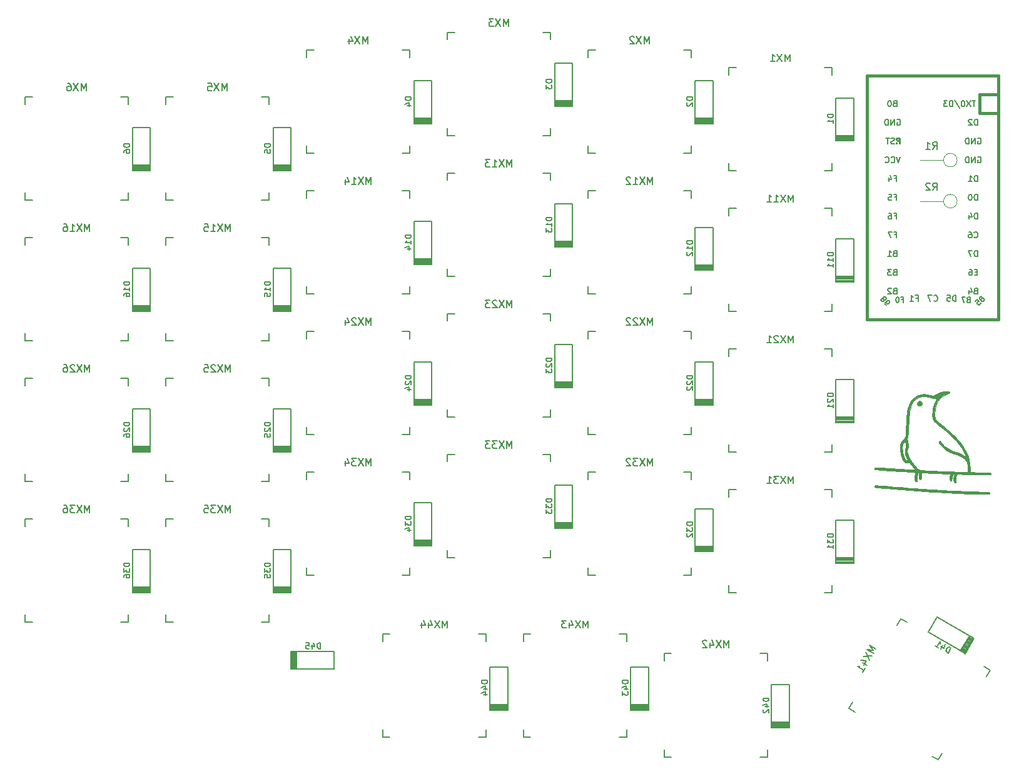
<source format=gbr>
%TF.GenerationSoftware,KiCad,Pcbnew,(5.1.9-0-10_14)*%
%TF.CreationDate,2021-04-25T18:40:37-05:00*%
%TF.ProjectId,wren-plain,7772656e-2d70-46c6-9169-6e2e6b696361,rev?*%
%TF.SameCoordinates,Original*%
%TF.FileFunction,Legend,Bot*%
%TF.FilePolarity,Positive*%
%FSLAX46Y46*%
G04 Gerber Fmt 4.6, Leading zero omitted, Abs format (unit mm)*
G04 Created by KiCad (PCBNEW (5.1.9-0-10_14)) date 2021-04-25 18:40:37*
%MOMM*%
%LPD*%
G01*
G04 APERTURE LIST*
%ADD10C,0.010000*%
%ADD11C,0.150000*%
%ADD12C,0.381000*%
%ADD13C,0.200000*%
%ADD14C,0.120000*%
G04 APERTURE END LIST*
D10*
%TO.C,G\u002A\u002A\u002A*%
G36*
X239403297Y-70714347D02*
G01*
X239344127Y-70733749D01*
X239218594Y-70824822D01*
X239151241Y-70954498D01*
X239143114Y-71099163D01*
X239195256Y-71235208D01*
X239308713Y-71339022D01*
X239317155Y-71343536D01*
X239420848Y-71391649D01*
X239494069Y-71398916D01*
X239579857Y-71366487D01*
X239610166Y-71351374D01*
X239733205Y-71253094D01*
X239793068Y-71128654D01*
X239797141Y-70995206D01*
X239752813Y-70869900D01*
X239667471Y-70769888D01*
X239548503Y-70712320D01*
X239403297Y-70714347D01*
G37*
X239403297Y-70714347D02*
X239344127Y-70733749D01*
X239218594Y-70824822D01*
X239151241Y-70954498D01*
X239143114Y-71099163D01*
X239195256Y-71235208D01*
X239308713Y-71339022D01*
X239317155Y-71343536D01*
X239420848Y-71391649D01*
X239494069Y-71398916D01*
X239579857Y-71366487D01*
X239610166Y-71351374D01*
X239733205Y-71253094D01*
X239793068Y-71128654D01*
X239797141Y-70995206D01*
X239752813Y-70869900D01*
X239667471Y-70769888D01*
X239548503Y-70712320D01*
X239403297Y-70714347D01*
G36*
X243042689Y-69379606D02*
G01*
X242985826Y-69382175D01*
X242844145Y-69390166D01*
X242729686Y-69402675D01*
X242624718Y-69425624D01*
X242511514Y-69464939D01*
X242372344Y-69526542D01*
X242189478Y-69616357D01*
X242004825Y-69709951D01*
X241395732Y-70019946D01*
X240898871Y-69906646D01*
X240459153Y-69824023D01*
X240073717Y-69792887D01*
X239727879Y-69815616D01*
X239406953Y-69894586D01*
X239096254Y-70032176D01*
X238781096Y-70230762D01*
X238747683Y-70254859D01*
X238528706Y-70460457D01*
X238326692Y-70742895D01*
X238145319Y-71095394D01*
X237988270Y-71511175D01*
X237899967Y-71816049D01*
X237839620Y-72105211D01*
X237786990Y-72474770D01*
X237742448Y-72920779D01*
X237706366Y-73439286D01*
X237679114Y-74026344D01*
X237671886Y-74242183D01*
X237661245Y-74581306D01*
X237651622Y-74847400D01*
X237641803Y-75052077D01*
X237630571Y-75206945D01*
X237616712Y-75323614D01*
X237599010Y-75413694D01*
X237576250Y-75488794D01*
X237547218Y-75560525D01*
X237529869Y-75598974D01*
X237441574Y-75758656D01*
X237321785Y-75934726D01*
X237219348Y-76062212D01*
X237055090Y-76263557D01*
X236945123Y-76446970D01*
X236879996Y-76638692D01*
X236850255Y-76864965D01*
X236845691Y-77099583D01*
X236867355Y-77473817D01*
X236921689Y-77844976D01*
X237003969Y-78193612D01*
X237109473Y-78500281D01*
X237233479Y-78745535D01*
X237252489Y-78774513D01*
X237387996Y-78940875D01*
X237531747Y-79037445D01*
X237709462Y-79077273D01*
X237852669Y-79079020D01*
X238119687Y-79068791D01*
X238420215Y-79445144D01*
X238555210Y-79609430D01*
X238685434Y-79759614D01*
X238793909Y-79876549D01*
X238851620Y-79931624D01*
X238982497Y-80041750D01*
X238778165Y-80041677D01*
X238672591Y-80038720D01*
X238491794Y-80030285D01*
X238245000Y-80016958D01*
X237941436Y-79999325D01*
X237590326Y-79977970D01*
X237200898Y-79953480D01*
X236782378Y-79926440D01*
X236343992Y-79897435D01*
X235894966Y-79867050D01*
X235444525Y-79835872D01*
X235001897Y-79804486D01*
X234730013Y-79784782D01*
X234415276Y-79762704D01*
X234126438Y-79744239D01*
X233874730Y-79729963D01*
X233671382Y-79720450D01*
X233527626Y-79716276D01*
X233454692Y-79718017D01*
X233449429Y-79719186D01*
X233403419Y-79775162D01*
X233389245Y-79867476D01*
X233409357Y-79953068D01*
X233434553Y-79980857D01*
X233488143Y-79991156D01*
X233618486Y-80006055D01*
X233817828Y-80024971D01*
X234078414Y-80047321D01*
X234392490Y-80072522D01*
X234752301Y-80099991D01*
X235150092Y-80129145D01*
X235578110Y-80159401D01*
X236028600Y-80190176D01*
X236493807Y-80220887D01*
X236965976Y-80250952D01*
X237303834Y-80271745D01*
X237618028Y-80291088D01*
X237919898Y-80310227D01*
X238194276Y-80328157D01*
X238425996Y-80343875D01*
X238599889Y-80356376D01*
X238684034Y-80363108D01*
X238963567Y-80387760D01*
X238901720Y-80564005D01*
X238867998Y-80715754D01*
X238848322Y-80918183D01*
X238843409Y-81138363D01*
X238853976Y-81343365D01*
X238880737Y-81500257D01*
X238881316Y-81502250D01*
X238924440Y-81594443D01*
X238998631Y-81627167D01*
X239042546Y-81629250D01*
X239166500Y-81629250D01*
X239166716Y-81163583D01*
X239177371Y-80866224D01*
X239208265Y-80636944D01*
X239258247Y-80479768D01*
X239326165Y-80398717D01*
X239387952Y-80390256D01*
X239443698Y-80431488D01*
X239447768Y-80467597D01*
X239438042Y-80536909D01*
X239425834Y-80665671D01*
X239413457Y-80828805D01*
X239410913Y-80867250D01*
X239402344Y-81043040D01*
X239406464Y-81158095D01*
X239426716Y-81235838D01*
X239466542Y-81299694D01*
X239476243Y-81311750D01*
X239547213Y-81381306D01*
X239607011Y-81387180D01*
X239640098Y-81370673D01*
X239680496Y-81330520D01*
X239705291Y-81258148D01*
X239718604Y-81134770D01*
X239723698Y-80989673D01*
X239732956Y-80812236D01*
X239751039Y-80653007D01*
X239774262Y-80543190D01*
X239777457Y-80534195D01*
X239824352Y-80412807D01*
X240215093Y-80440006D01*
X240327549Y-80446763D01*
X240507897Y-80456301D01*
X240744156Y-80468082D01*
X241024349Y-80481569D01*
X241336495Y-80496223D01*
X241668615Y-80511505D01*
X242008729Y-80526879D01*
X242344858Y-80541806D01*
X242665024Y-80555747D01*
X242957245Y-80568165D01*
X243209544Y-80578522D01*
X243409940Y-80586280D01*
X243546454Y-80590901D01*
X243598757Y-80591983D01*
X243642159Y-80599471D01*
X243647183Y-80636461D01*
X243615098Y-80725007D01*
X243607477Y-80743350D01*
X243570017Y-80881777D01*
X243553590Y-81048856D01*
X243557012Y-81219594D01*
X243579097Y-81369002D01*
X243618660Y-81472087D01*
X243643250Y-81497614D01*
X243736629Y-81528941D01*
X243803112Y-81486280D01*
X243844388Y-81367046D01*
X243862149Y-81168651D01*
X243862316Y-81162285D01*
X243885769Y-80913164D01*
X243940819Y-80732327D01*
X244025504Y-80624024D01*
X244125117Y-80592083D01*
X244201304Y-80602895D01*
X244210436Y-80645501D01*
X244202745Y-80666166D01*
X244122310Y-80910287D01*
X244079855Y-81163580D01*
X244076189Y-81403761D01*
X244112120Y-81608547D01*
X244164325Y-81723659D01*
X244227625Y-81801583D01*
X244287765Y-81811523D01*
X244351323Y-81778937D01*
X244382875Y-81736873D01*
X244402578Y-81649466D01*
X244412520Y-81502472D01*
X244414823Y-81345668D01*
X244423064Y-81098858D01*
X244447908Y-80917675D01*
X244488870Y-80790502D01*
X244561906Y-80629089D01*
X245970537Y-80663502D01*
X246359748Y-80672304D01*
X246767790Y-80680274D01*
X247174872Y-80687113D01*
X247561203Y-80692522D01*
X247906992Y-80696203D01*
X248192449Y-80697855D01*
X248247000Y-80697916D01*
X249114834Y-80697916D01*
X249128252Y-80581259D01*
X249119591Y-80483618D01*
X249084766Y-80442765D01*
X249029824Y-80436488D01*
X248900844Y-80428961D01*
X248708438Y-80420583D01*
X248463220Y-80411752D01*
X248175802Y-80402864D01*
X247856795Y-80394319D01*
X247679587Y-80390089D01*
X246331313Y-80359250D01*
X246338924Y-79884775D01*
X246336698Y-79838861D01*
X246030361Y-79838861D01*
X246020756Y-80058633D01*
X245993475Y-80350684D01*
X245077655Y-80322671D01*
X244769593Y-80312910D01*
X244402086Y-80300719D01*
X244000291Y-80286967D01*
X243589364Y-80272521D01*
X243194463Y-80258250D01*
X242976500Y-80250163D01*
X242588048Y-80234990D01*
X242154678Y-80217067D01*
X241705255Y-80197653D01*
X241268638Y-80178006D01*
X240873691Y-80159387D01*
X240704759Y-80151051D01*
X240372695Y-80134077D01*
X240113774Y-80119601D01*
X239916569Y-80106122D01*
X239769648Y-80092139D01*
X239661586Y-80076153D01*
X239580951Y-80056661D01*
X239516316Y-80032164D01*
X239456251Y-80001161D01*
X239424734Y-79982969D01*
X239196584Y-79818504D01*
X238951814Y-79586933D01*
X238701696Y-79301087D01*
X238457501Y-78973800D01*
X238319986Y-78758998D01*
X237917667Y-78758998D01*
X237880490Y-78767426D01*
X237788553Y-78765640D01*
X237763123Y-78763722D01*
X237611477Y-78719413D01*
X237530436Y-78644750D01*
X237436443Y-78476434D01*
X237350621Y-78247132D01*
X237276161Y-77976125D01*
X237216253Y-77682693D01*
X237174087Y-77386118D01*
X237152853Y-77105679D01*
X237155743Y-76860658D01*
X237185945Y-76670334D01*
X237197803Y-76634435D01*
X237244301Y-76544844D01*
X237318282Y-76433172D01*
X237402522Y-76321912D01*
X237479796Y-76233555D01*
X237532880Y-76190593D01*
X237538606Y-76189416D01*
X237558787Y-76227974D01*
X237584605Y-76329903D01*
X237611009Y-76474585D01*
X237615152Y-76501683D01*
X237637827Y-76693275D01*
X237637754Y-76840675D01*
X237613738Y-76981567D01*
X237598030Y-77041433D01*
X237536820Y-77293458D01*
X237509759Y-77510328D01*
X237519438Y-77714462D01*
X237568446Y-77928278D01*
X237659371Y-78174197D01*
X237753313Y-78386026D01*
X237825126Y-78542995D01*
X237881024Y-78668614D01*
X237913067Y-78744868D01*
X237917667Y-78758998D01*
X238319986Y-78758998D01*
X238240172Y-78634327D01*
X238062728Y-78318028D01*
X237937270Y-78051592D01*
X237860474Y-77820779D01*
X237829011Y-77611353D01*
X237839557Y-77409073D01*
X237888784Y-77199703D01*
X237898149Y-77170313D01*
X237947913Y-76902129D01*
X237941762Y-76579225D01*
X237880036Y-76210150D01*
X237855848Y-76111235D01*
X237821513Y-75967932D01*
X237809685Y-75862595D01*
X237821825Y-75759916D01*
X237859392Y-75624588D01*
X237878478Y-75564045D01*
X237906084Y-75469060D01*
X237928355Y-75368647D01*
X237946278Y-75251089D01*
X237960843Y-75104668D01*
X237973039Y-74917667D01*
X237983855Y-74678367D01*
X237994280Y-74375053D01*
X238002567Y-74093916D01*
X238020115Y-73587549D01*
X238042851Y-73153147D01*
X238072203Y-72778089D01*
X238109604Y-72449758D01*
X238156481Y-72155533D01*
X238214266Y-71882796D01*
X238282173Y-71626556D01*
X238426200Y-71219197D01*
X238603876Y-70883950D01*
X238821396Y-70612835D01*
X239084952Y-70397872D01*
X239347128Y-70254552D01*
X239586411Y-70163404D01*
X239825623Y-70112054D01*
X240082630Y-70100006D01*
X240375297Y-70126766D01*
X240721491Y-70191838D01*
X240817500Y-70213800D01*
X241045743Y-70265660D01*
X241266277Y-70312556D01*
X241454708Y-70349498D01*
X241586641Y-70371497D01*
X241591721Y-70372167D01*
X241713432Y-70392541D01*
X241789352Y-70414320D01*
X241803145Y-70427171D01*
X241778253Y-70475803D01*
X241726015Y-70576124D01*
X241668408Y-70686083D01*
X241510949Y-71037501D01*
X241384179Y-71424794D01*
X241291251Y-71828658D01*
X241235321Y-72229790D01*
X241219543Y-72608888D01*
X241247072Y-72946648D01*
X241276108Y-73086549D01*
X241334808Y-73245778D01*
X241417722Y-73395981D01*
X241456024Y-73446841D01*
X241501851Y-73498449D01*
X241550849Y-73549221D01*
X241611639Y-73606443D01*
X241692847Y-73677404D01*
X241803095Y-73769389D01*
X241951007Y-73889687D01*
X242145206Y-74045585D01*
X242394316Y-74244370D01*
X242489667Y-74320324D01*
X242746813Y-74532274D01*
X243038940Y-74785020D01*
X243350122Y-75063792D01*
X243664432Y-75353820D01*
X243965940Y-75640333D01*
X244238721Y-75908562D01*
X244466846Y-76143735D01*
X244532375Y-76214605D01*
X244923891Y-76682595D01*
X245246754Y-77154708D01*
X245515087Y-77652870D01*
X245639660Y-77934081D01*
X245705674Y-78095737D01*
X245757214Y-78226103D01*
X245787082Y-78306758D01*
X245791667Y-78323156D01*
X245760782Y-78309747D01*
X245678471Y-78255033D01*
X245560254Y-78169545D01*
X245512568Y-78133773D01*
X245232050Y-77937812D01*
X244975692Y-77797579D01*
X244717578Y-77700535D01*
X244511526Y-77649424D01*
X244057540Y-77518443D01*
X243615789Y-77318932D01*
X243201991Y-77061275D01*
X242831867Y-76755856D01*
X242521134Y-76413062D01*
X242414536Y-76264100D01*
X242310365Y-76144730D01*
X242211714Y-76108343D01*
X242120367Y-76155477D01*
X242105972Y-76171496D01*
X242081561Y-76245679D01*
X242111224Y-76350175D01*
X242198182Y-76490005D01*
X242345652Y-76670190D01*
X242556855Y-76895751D01*
X242595500Y-76935094D01*
X242950356Y-77258096D01*
X243320825Y-77518702D01*
X243724273Y-77726289D01*
X244178063Y-77890235D01*
X244540388Y-77985297D01*
X244784369Y-78068582D01*
X245047335Y-78204081D01*
X245309491Y-78377161D01*
X245551045Y-78573188D01*
X245752202Y-78777527D01*
X245893168Y-78975543D01*
X245901892Y-78991908D01*
X245954204Y-79140366D01*
X245994926Y-79347820D01*
X246021248Y-79589057D01*
X246030361Y-79838861D01*
X246336698Y-79838861D01*
X246307407Y-79234752D01*
X246192709Y-78594308D01*
X245996073Y-77966601D01*
X245718741Y-77354789D01*
X245361956Y-76762031D01*
X244926960Y-76191486D01*
X244852182Y-76104750D01*
X244609586Y-75841082D01*
X244313989Y-75541149D01*
X243980580Y-75218875D01*
X243624546Y-74888184D01*
X243261075Y-74562999D01*
X242905354Y-74257244D01*
X242572570Y-73984843D01*
X242362667Y-73822413D01*
X242089933Y-73611170D01*
X241882907Y-73435524D01*
X241734118Y-73288496D01*
X241636092Y-73163105D01*
X241610901Y-73120250D01*
X241571277Y-72991662D01*
X241548178Y-72799694D01*
X241541266Y-72563940D01*
X241550205Y-72303990D01*
X241574658Y-72039436D01*
X241614290Y-71789870D01*
X241635394Y-71694177D01*
X241778431Y-71211541D01*
X241956589Y-70803010D01*
X242173624Y-70464047D01*
X242433290Y-70190114D01*
X242739339Y-69976676D01*
X243095527Y-69819194D01*
X243218903Y-69780396D01*
X243401760Y-69711055D01*
X243506346Y-69632303D01*
X243530620Y-69546988D01*
X243472541Y-69457959D01*
X243458503Y-69445992D01*
X243397401Y-69406174D01*
X243322029Y-69383768D01*
X243210941Y-69375877D01*
X243042689Y-69379606D01*
G37*
X243042689Y-69379606D02*
X242985826Y-69382175D01*
X242844145Y-69390166D01*
X242729686Y-69402675D01*
X242624718Y-69425624D01*
X242511514Y-69464939D01*
X242372344Y-69526542D01*
X242189478Y-69616357D01*
X242004825Y-69709951D01*
X241395732Y-70019946D01*
X240898871Y-69906646D01*
X240459153Y-69824023D01*
X240073717Y-69792887D01*
X239727879Y-69815616D01*
X239406953Y-69894586D01*
X239096254Y-70032176D01*
X238781096Y-70230762D01*
X238747683Y-70254859D01*
X238528706Y-70460457D01*
X238326692Y-70742895D01*
X238145319Y-71095394D01*
X237988270Y-71511175D01*
X237899967Y-71816049D01*
X237839620Y-72105211D01*
X237786990Y-72474770D01*
X237742448Y-72920779D01*
X237706366Y-73439286D01*
X237679114Y-74026344D01*
X237671886Y-74242183D01*
X237661245Y-74581306D01*
X237651622Y-74847400D01*
X237641803Y-75052077D01*
X237630571Y-75206945D01*
X237616712Y-75323614D01*
X237599010Y-75413694D01*
X237576250Y-75488794D01*
X237547218Y-75560525D01*
X237529869Y-75598974D01*
X237441574Y-75758656D01*
X237321785Y-75934726D01*
X237219348Y-76062212D01*
X237055090Y-76263557D01*
X236945123Y-76446970D01*
X236879996Y-76638692D01*
X236850255Y-76864965D01*
X236845691Y-77099583D01*
X236867355Y-77473817D01*
X236921689Y-77844976D01*
X237003969Y-78193612D01*
X237109473Y-78500281D01*
X237233479Y-78745535D01*
X237252489Y-78774513D01*
X237387996Y-78940875D01*
X237531747Y-79037445D01*
X237709462Y-79077273D01*
X237852669Y-79079020D01*
X238119687Y-79068791D01*
X238420215Y-79445144D01*
X238555210Y-79609430D01*
X238685434Y-79759614D01*
X238793909Y-79876549D01*
X238851620Y-79931624D01*
X238982497Y-80041750D01*
X238778165Y-80041677D01*
X238672591Y-80038720D01*
X238491794Y-80030285D01*
X238245000Y-80016958D01*
X237941436Y-79999325D01*
X237590326Y-79977970D01*
X237200898Y-79953480D01*
X236782378Y-79926440D01*
X236343992Y-79897435D01*
X235894966Y-79867050D01*
X235444525Y-79835872D01*
X235001897Y-79804486D01*
X234730013Y-79784782D01*
X234415276Y-79762704D01*
X234126438Y-79744239D01*
X233874730Y-79729963D01*
X233671382Y-79720450D01*
X233527626Y-79716276D01*
X233454692Y-79718017D01*
X233449429Y-79719186D01*
X233403419Y-79775162D01*
X233389245Y-79867476D01*
X233409357Y-79953068D01*
X233434553Y-79980857D01*
X233488143Y-79991156D01*
X233618486Y-80006055D01*
X233817828Y-80024971D01*
X234078414Y-80047321D01*
X234392490Y-80072522D01*
X234752301Y-80099991D01*
X235150092Y-80129145D01*
X235578110Y-80159401D01*
X236028600Y-80190176D01*
X236493807Y-80220887D01*
X236965976Y-80250952D01*
X237303834Y-80271745D01*
X237618028Y-80291088D01*
X237919898Y-80310227D01*
X238194276Y-80328157D01*
X238425996Y-80343875D01*
X238599889Y-80356376D01*
X238684034Y-80363108D01*
X238963567Y-80387760D01*
X238901720Y-80564005D01*
X238867998Y-80715754D01*
X238848322Y-80918183D01*
X238843409Y-81138363D01*
X238853976Y-81343365D01*
X238880737Y-81500257D01*
X238881316Y-81502250D01*
X238924440Y-81594443D01*
X238998631Y-81627167D01*
X239042546Y-81629250D01*
X239166500Y-81629250D01*
X239166716Y-81163583D01*
X239177371Y-80866224D01*
X239208265Y-80636944D01*
X239258247Y-80479768D01*
X239326165Y-80398717D01*
X239387952Y-80390256D01*
X239443698Y-80431488D01*
X239447768Y-80467597D01*
X239438042Y-80536909D01*
X239425834Y-80665671D01*
X239413457Y-80828805D01*
X239410913Y-80867250D01*
X239402344Y-81043040D01*
X239406464Y-81158095D01*
X239426716Y-81235838D01*
X239466542Y-81299694D01*
X239476243Y-81311750D01*
X239547213Y-81381306D01*
X239607011Y-81387180D01*
X239640098Y-81370673D01*
X239680496Y-81330520D01*
X239705291Y-81258148D01*
X239718604Y-81134770D01*
X239723698Y-80989673D01*
X239732956Y-80812236D01*
X239751039Y-80653007D01*
X239774262Y-80543190D01*
X239777457Y-80534195D01*
X239824352Y-80412807D01*
X240215093Y-80440006D01*
X240327549Y-80446763D01*
X240507897Y-80456301D01*
X240744156Y-80468082D01*
X241024349Y-80481569D01*
X241336495Y-80496223D01*
X241668615Y-80511505D01*
X242008729Y-80526879D01*
X242344858Y-80541806D01*
X242665024Y-80555747D01*
X242957245Y-80568165D01*
X243209544Y-80578522D01*
X243409940Y-80586280D01*
X243546454Y-80590901D01*
X243598757Y-80591983D01*
X243642159Y-80599471D01*
X243647183Y-80636461D01*
X243615098Y-80725007D01*
X243607477Y-80743350D01*
X243570017Y-80881777D01*
X243553590Y-81048856D01*
X243557012Y-81219594D01*
X243579097Y-81369002D01*
X243618660Y-81472087D01*
X243643250Y-81497614D01*
X243736629Y-81528941D01*
X243803112Y-81486280D01*
X243844388Y-81367046D01*
X243862149Y-81168651D01*
X243862316Y-81162285D01*
X243885769Y-80913164D01*
X243940819Y-80732327D01*
X244025504Y-80624024D01*
X244125117Y-80592083D01*
X244201304Y-80602895D01*
X244210436Y-80645501D01*
X244202745Y-80666166D01*
X244122310Y-80910287D01*
X244079855Y-81163580D01*
X244076189Y-81403761D01*
X244112120Y-81608547D01*
X244164325Y-81723659D01*
X244227625Y-81801583D01*
X244287765Y-81811523D01*
X244351323Y-81778937D01*
X244382875Y-81736873D01*
X244402578Y-81649466D01*
X244412520Y-81502472D01*
X244414823Y-81345668D01*
X244423064Y-81098858D01*
X244447908Y-80917675D01*
X244488870Y-80790502D01*
X244561906Y-80629089D01*
X245970537Y-80663502D01*
X246359748Y-80672304D01*
X246767790Y-80680274D01*
X247174872Y-80687113D01*
X247561203Y-80692522D01*
X247906992Y-80696203D01*
X248192449Y-80697855D01*
X248247000Y-80697916D01*
X249114834Y-80697916D01*
X249128252Y-80581259D01*
X249119591Y-80483618D01*
X249084766Y-80442765D01*
X249029824Y-80436488D01*
X248900844Y-80428961D01*
X248708438Y-80420583D01*
X248463220Y-80411752D01*
X248175802Y-80402864D01*
X247856795Y-80394319D01*
X247679587Y-80390089D01*
X246331313Y-80359250D01*
X246338924Y-79884775D01*
X246336698Y-79838861D01*
X246030361Y-79838861D01*
X246020756Y-80058633D01*
X245993475Y-80350684D01*
X245077655Y-80322671D01*
X244769593Y-80312910D01*
X244402086Y-80300719D01*
X244000291Y-80286967D01*
X243589364Y-80272521D01*
X243194463Y-80258250D01*
X242976500Y-80250163D01*
X242588048Y-80234990D01*
X242154678Y-80217067D01*
X241705255Y-80197653D01*
X241268638Y-80178006D01*
X240873691Y-80159387D01*
X240704759Y-80151051D01*
X240372695Y-80134077D01*
X240113774Y-80119601D01*
X239916569Y-80106122D01*
X239769648Y-80092139D01*
X239661586Y-80076153D01*
X239580951Y-80056661D01*
X239516316Y-80032164D01*
X239456251Y-80001161D01*
X239424734Y-79982969D01*
X239196584Y-79818504D01*
X238951814Y-79586933D01*
X238701696Y-79301087D01*
X238457501Y-78973800D01*
X238319986Y-78758998D01*
X237917667Y-78758998D01*
X237880490Y-78767426D01*
X237788553Y-78765640D01*
X237763123Y-78763722D01*
X237611477Y-78719413D01*
X237530436Y-78644750D01*
X237436443Y-78476434D01*
X237350621Y-78247132D01*
X237276161Y-77976125D01*
X237216253Y-77682693D01*
X237174087Y-77386118D01*
X237152853Y-77105679D01*
X237155743Y-76860658D01*
X237185945Y-76670334D01*
X237197803Y-76634435D01*
X237244301Y-76544844D01*
X237318282Y-76433172D01*
X237402522Y-76321912D01*
X237479796Y-76233555D01*
X237532880Y-76190593D01*
X237538606Y-76189416D01*
X237558787Y-76227974D01*
X237584605Y-76329903D01*
X237611009Y-76474585D01*
X237615152Y-76501683D01*
X237637827Y-76693275D01*
X237637754Y-76840675D01*
X237613738Y-76981567D01*
X237598030Y-77041433D01*
X237536820Y-77293458D01*
X237509759Y-77510328D01*
X237519438Y-77714462D01*
X237568446Y-77928278D01*
X237659371Y-78174197D01*
X237753313Y-78386026D01*
X237825126Y-78542995D01*
X237881024Y-78668614D01*
X237913067Y-78744868D01*
X237917667Y-78758998D01*
X238319986Y-78758998D01*
X238240172Y-78634327D01*
X238062728Y-78318028D01*
X237937270Y-78051592D01*
X237860474Y-77820779D01*
X237829011Y-77611353D01*
X237839557Y-77409073D01*
X237888784Y-77199703D01*
X237898149Y-77170313D01*
X237947913Y-76902129D01*
X237941762Y-76579225D01*
X237880036Y-76210150D01*
X237855848Y-76111235D01*
X237821513Y-75967932D01*
X237809685Y-75862595D01*
X237821825Y-75759916D01*
X237859392Y-75624588D01*
X237878478Y-75564045D01*
X237906084Y-75469060D01*
X237928355Y-75368647D01*
X237946278Y-75251089D01*
X237960843Y-75104668D01*
X237973039Y-74917667D01*
X237983855Y-74678367D01*
X237994280Y-74375053D01*
X238002567Y-74093916D01*
X238020115Y-73587549D01*
X238042851Y-73153147D01*
X238072203Y-72778089D01*
X238109604Y-72449758D01*
X238156481Y-72155533D01*
X238214266Y-71882796D01*
X238282173Y-71626556D01*
X238426200Y-71219197D01*
X238603876Y-70883950D01*
X238821396Y-70612835D01*
X239084952Y-70397872D01*
X239347128Y-70254552D01*
X239586411Y-70163404D01*
X239825623Y-70112054D01*
X240082630Y-70100006D01*
X240375297Y-70126766D01*
X240721491Y-70191838D01*
X240817500Y-70213800D01*
X241045743Y-70265660D01*
X241266277Y-70312556D01*
X241454708Y-70349498D01*
X241586641Y-70371497D01*
X241591721Y-70372167D01*
X241713432Y-70392541D01*
X241789352Y-70414320D01*
X241803145Y-70427171D01*
X241778253Y-70475803D01*
X241726015Y-70576124D01*
X241668408Y-70686083D01*
X241510949Y-71037501D01*
X241384179Y-71424794D01*
X241291251Y-71828658D01*
X241235321Y-72229790D01*
X241219543Y-72608888D01*
X241247072Y-72946648D01*
X241276108Y-73086549D01*
X241334808Y-73245778D01*
X241417722Y-73395981D01*
X241456024Y-73446841D01*
X241501851Y-73498449D01*
X241550849Y-73549221D01*
X241611639Y-73606443D01*
X241692847Y-73677404D01*
X241803095Y-73769389D01*
X241951007Y-73889687D01*
X242145206Y-74045585D01*
X242394316Y-74244370D01*
X242489667Y-74320324D01*
X242746813Y-74532274D01*
X243038940Y-74785020D01*
X243350122Y-75063792D01*
X243664432Y-75353820D01*
X243965940Y-75640333D01*
X244238721Y-75908562D01*
X244466846Y-76143735D01*
X244532375Y-76214605D01*
X244923891Y-76682595D01*
X245246754Y-77154708D01*
X245515087Y-77652870D01*
X245639660Y-77934081D01*
X245705674Y-78095737D01*
X245757214Y-78226103D01*
X245787082Y-78306758D01*
X245791667Y-78323156D01*
X245760782Y-78309747D01*
X245678471Y-78255033D01*
X245560254Y-78169545D01*
X245512568Y-78133773D01*
X245232050Y-77937812D01*
X244975692Y-77797579D01*
X244717578Y-77700535D01*
X244511526Y-77649424D01*
X244057540Y-77518443D01*
X243615789Y-77318932D01*
X243201991Y-77061275D01*
X242831867Y-76755856D01*
X242521134Y-76413062D01*
X242414536Y-76264100D01*
X242310365Y-76144730D01*
X242211714Y-76108343D01*
X242120367Y-76155477D01*
X242105972Y-76171496D01*
X242081561Y-76245679D01*
X242111224Y-76350175D01*
X242198182Y-76490005D01*
X242345652Y-76670190D01*
X242556855Y-76895751D01*
X242595500Y-76935094D01*
X242950356Y-77258096D01*
X243320825Y-77518702D01*
X243724273Y-77726289D01*
X244178063Y-77890235D01*
X244540388Y-77985297D01*
X244784369Y-78068582D01*
X245047335Y-78204081D01*
X245309491Y-78377161D01*
X245551045Y-78573188D01*
X245752202Y-78777527D01*
X245893168Y-78975543D01*
X245901892Y-78991908D01*
X245954204Y-79140366D01*
X245994926Y-79347820D01*
X246021248Y-79589057D01*
X246030361Y-79838861D01*
X246336698Y-79838861D01*
X246307407Y-79234752D01*
X246192709Y-78594308D01*
X245996073Y-77966601D01*
X245718741Y-77354789D01*
X245361956Y-76762031D01*
X244926960Y-76191486D01*
X244852182Y-76104750D01*
X244609586Y-75841082D01*
X244313989Y-75541149D01*
X243980580Y-75218875D01*
X243624546Y-74888184D01*
X243261075Y-74562999D01*
X242905354Y-74257244D01*
X242572570Y-73984843D01*
X242362667Y-73822413D01*
X242089933Y-73611170D01*
X241882907Y-73435524D01*
X241734118Y-73288496D01*
X241636092Y-73163105D01*
X241610901Y-73120250D01*
X241571277Y-72991662D01*
X241548178Y-72799694D01*
X241541266Y-72563940D01*
X241550205Y-72303990D01*
X241574658Y-72039436D01*
X241614290Y-71789870D01*
X241635394Y-71694177D01*
X241778431Y-71211541D01*
X241956589Y-70803010D01*
X242173624Y-70464047D01*
X242433290Y-70190114D01*
X242739339Y-69976676D01*
X243095527Y-69819194D01*
X243218903Y-69780396D01*
X243401760Y-69711055D01*
X243506346Y-69632303D01*
X243530620Y-69546988D01*
X243472541Y-69457959D01*
X243458503Y-69445992D01*
X243397401Y-69406174D01*
X243322029Y-69383768D01*
X243210941Y-69375877D01*
X243042689Y-69379606D01*
G36*
X233450055Y-82143662D02*
G01*
X233395563Y-82201470D01*
X233390973Y-82289813D01*
X233432007Y-82374168D01*
X233483250Y-82411413D01*
X233542387Y-82421827D01*
X233679313Y-82437766D01*
X233887371Y-82458704D01*
X234159900Y-82484117D01*
X234490241Y-82513479D01*
X234871733Y-82546266D01*
X235297719Y-82581951D01*
X235761537Y-82620009D01*
X236256528Y-82659916D01*
X236776033Y-82701145D01*
X237313392Y-82743172D01*
X237861945Y-82785472D01*
X238415033Y-82827519D01*
X238965996Y-82868787D01*
X239508174Y-82908752D01*
X240034909Y-82946889D01*
X240539539Y-82982671D01*
X241015406Y-83015575D01*
X241455850Y-83045073D01*
X241791167Y-83066685D01*
X242179850Y-83090053D01*
X242619835Y-83114504D01*
X243101204Y-83139627D01*
X243614040Y-83165009D01*
X244148426Y-83190238D01*
X244694446Y-83214899D01*
X245242182Y-83238582D01*
X245781718Y-83260874D01*
X246303137Y-83281361D01*
X246796521Y-83299631D01*
X247251953Y-83315271D01*
X247659518Y-83327870D01*
X248009297Y-83337013D01*
X248291374Y-83342289D01*
X248442900Y-83343460D01*
X248666951Y-83340697D01*
X248819538Y-83331074D01*
X248913698Y-83313079D01*
X248962466Y-83285201D01*
X248964421Y-83282956D01*
X248994545Y-83195699D01*
X248956631Y-83114400D01*
X248866089Y-83059333D01*
X248785261Y-83047208D01*
X248619868Y-83045037D01*
X248379110Y-83039156D01*
X248072188Y-83029945D01*
X247708305Y-83017785D01*
X247296664Y-83003055D01*
X246846466Y-82986135D01*
X246366914Y-82967406D01*
X245867210Y-82947246D01*
X245356556Y-82926036D01*
X244844155Y-82904156D01*
X244339210Y-82881986D01*
X243850921Y-82859906D01*
X243388492Y-82838294D01*
X242961125Y-82817533D01*
X242578022Y-82798001D01*
X242248386Y-82780078D01*
X242087500Y-82770700D01*
X241720528Y-82747634D01*
X241278832Y-82718184D01*
X240772056Y-82683071D01*
X240209845Y-82643011D01*
X239601843Y-82598722D01*
X238957694Y-82550923D01*
X238287043Y-82500331D01*
X237599534Y-82447665D01*
X236904812Y-82393642D01*
X236212520Y-82338980D01*
X235532304Y-82284398D01*
X235280972Y-82263988D01*
X234901028Y-82233698D01*
X234546128Y-82206692D01*
X234225406Y-82183570D01*
X233947995Y-82164934D01*
X233723027Y-82151382D01*
X233559636Y-82143516D01*
X233466955Y-82141935D01*
X233450055Y-82143662D01*
G37*
X233450055Y-82143662D02*
X233395563Y-82201470D01*
X233390973Y-82289813D01*
X233432007Y-82374168D01*
X233483250Y-82411413D01*
X233542387Y-82421827D01*
X233679313Y-82437766D01*
X233887371Y-82458704D01*
X234159900Y-82484117D01*
X234490241Y-82513479D01*
X234871733Y-82546266D01*
X235297719Y-82581951D01*
X235761537Y-82620009D01*
X236256528Y-82659916D01*
X236776033Y-82701145D01*
X237313392Y-82743172D01*
X237861945Y-82785472D01*
X238415033Y-82827519D01*
X238965996Y-82868787D01*
X239508174Y-82908752D01*
X240034909Y-82946889D01*
X240539539Y-82982671D01*
X241015406Y-83015575D01*
X241455850Y-83045073D01*
X241791167Y-83066685D01*
X242179850Y-83090053D01*
X242619835Y-83114504D01*
X243101204Y-83139627D01*
X243614040Y-83165009D01*
X244148426Y-83190238D01*
X244694446Y-83214899D01*
X245242182Y-83238582D01*
X245781718Y-83260874D01*
X246303137Y-83281361D01*
X246796521Y-83299631D01*
X247251953Y-83315271D01*
X247659518Y-83327870D01*
X248009297Y-83337013D01*
X248291374Y-83342289D01*
X248442900Y-83343460D01*
X248666951Y-83340697D01*
X248819538Y-83331074D01*
X248913698Y-83313079D01*
X248962466Y-83285201D01*
X248964421Y-83282956D01*
X248994545Y-83195699D01*
X248956631Y-83114400D01*
X248866089Y-83059333D01*
X248785261Y-83047208D01*
X248619868Y-83045037D01*
X248379110Y-83039156D01*
X248072188Y-83029945D01*
X247708305Y-83017785D01*
X247296664Y-83003055D01*
X246846466Y-82986135D01*
X246366914Y-82967406D01*
X245867210Y-82947246D01*
X245356556Y-82926036D01*
X244844155Y-82904156D01*
X244339210Y-82881986D01*
X243850921Y-82859906D01*
X243388492Y-82838294D01*
X242961125Y-82817533D01*
X242578022Y-82798001D01*
X242248386Y-82780078D01*
X242087500Y-82770700D01*
X241720528Y-82747634D01*
X241278832Y-82718184D01*
X240772056Y-82683071D01*
X240209845Y-82643011D01*
X239601843Y-82598722D01*
X238957694Y-82550923D01*
X238287043Y-82500331D01*
X237599534Y-82447665D01*
X236904812Y-82393642D01*
X236212520Y-82338980D01*
X235532304Y-82284398D01*
X235280972Y-82263988D01*
X234901028Y-82233698D01*
X234546128Y-82206692D01*
X234225406Y-82183570D01*
X233947995Y-82164934D01*
X233723027Y-82151382D01*
X233559636Y-82143516D01*
X233466955Y-82141935D01*
X233450055Y-82143662D01*
D11*
%TO.C,MX6*%
X118412500Y-29512500D02*
X119412500Y-29512500D01*
X131412500Y-29512500D02*
X132412500Y-29512500D01*
X132412500Y-29512500D02*
X132412500Y-30512500D01*
X132412500Y-43512500D02*
X131412500Y-43512500D01*
X132412500Y-42512500D02*
X132412500Y-43512500D01*
X119412500Y-43512500D02*
X118412500Y-43512500D01*
X118412500Y-43512500D02*
X118412500Y-42512500D01*
X118412500Y-30512500D02*
X118412500Y-29512500D01*
%TO.C,MX36*%
X118412500Y-86662500D02*
X119412500Y-86662500D01*
X131412500Y-86662500D02*
X132412500Y-86662500D01*
X132412500Y-86662500D02*
X132412500Y-87662500D01*
X132412500Y-100662500D02*
X131412500Y-100662500D01*
X132412500Y-99662500D02*
X132412500Y-100662500D01*
X119412500Y-100662500D02*
X118412500Y-100662500D01*
X118412500Y-100662500D02*
X118412500Y-99662500D01*
X118412500Y-87662500D02*
X118412500Y-86662500D01*
%TO.C,MX41*%
X230787848Y-112821928D02*
X229921822Y-112321928D01*
X242046178Y-119321928D02*
X241180152Y-118821928D01*
X242546178Y-118455902D02*
X242046178Y-119321928D01*
X248180152Y-106697572D02*
X249046178Y-107197572D01*
X249046178Y-107197572D02*
X248546178Y-108063598D01*
X236921822Y-100197572D02*
X237787848Y-100697572D01*
X236421822Y-101063598D02*
X236921822Y-100197572D01*
X229921822Y-112321928D02*
X230421822Y-111455902D01*
%TO.C,MX15*%
X137462500Y-49562500D02*
X137462500Y-48562500D01*
X137462500Y-62562500D02*
X137462500Y-61562500D01*
X138462500Y-62562500D02*
X137462500Y-62562500D01*
X151462500Y-61562500D02*
X151462500Y-62562500D01*
X151462500Y-62562500D02*
X150462500Y-62562500D01*
X151462500Y-48562500D02*
X151462500Y-49562500D01*
X150462500Y-48562500D02*
X151462500Y-48562500D01*
X137462500Y-48562500D02*
X138462500Y-48562500D01*
%TO.C,MX44*%
X166825000Y-103251750D02*
X166825000Y-102251750D01*
X166825000Y-116251750D02*
X166825000Y-115251750D01*
X167825000Y-116251750D02*
X166825000Y-116251750D01*
X180825000Y-115251750D02*
X180825000Y-116251750D01*
X180825000Y-116251750D02*
X179825000Y-116251750D01*
X180825000Y-102251750D02*
X180825000Y-103251750D01*
X179825000Y-102251750D02*
X180825000Y-102251750D01*
X166825000Y-102251750D02*
X167825000Y-102251750D01*
%TO.C,MX43*%
X185875000Y-103251750D02*
X185875000Y-102251750D01*
X185875000Y-116251750D02*
X185875000Y-115251750D01*
X186875000Y-116251750D02*
X185875000Y-116251750D01*
X199875000Y-115251750D02*
X199875000Y-116251750D01*
X199875000Y-116251750D02*
X198875000Y-116251750D01*
X199875000Y-102251750D02*
X199875000Y-103251750D01*
X198875000Y-102251750D02*
X199875000Y-102251750D01*
X185875000Y-102251750D02*
X186875000Y-102251750D01*
%TO.C,MX42*%
X204925000Y-105918750D02*
X204925000Y-104918750D01*
X204925000Y-118918750D02*
X204925000Y-117918750D01*
X205925000Y-118918750D02*
X204925000Y-118918750D01*
X218925000Y-117918750D02*
X218925000Y-118918750D01*
X218925000Y-118918750D02*
X217925000Y-118918750D01*
X218925000Y-104918750D02*
X218925000Y-105918750D01*
X217925000Y-104918750D02*
X218925000Y-104918750D01*
X204925000Y-104918750D02*
X205925000Y-104918750D01*
%TO.C,MX35*%
X137462500Y-87662500D02*
X137462500Y-86662500D01*
X137462500Y-100662500D02*
X137462500Y-99662500D01*
X138462500Y-100662500D02*
X137462500Y-100662500D01*
X151462500Y-99662500D02*
X151462500Y-100662500D01*
X151462500Y-100662500D02*
X150462500Y-100662500D01*
X151462500Y-86662500D02*
X151462500Y-87662500D01*
X150462500Y-86662500D02*
X151462500Y-86662500D01*
X137462500Y-86662500D02*
X138462500Y-86662500D01*
%TO.C,MX34*%
X156512500Y-81312500D02*
X156512500Y-80312500D01*
X156512500Y-94312500D02*
X156512500Y-93312500D01*
X157512500Y-94312500D02*
X156512500Y-94312500D01*
X170512500Y-93312500D02*
X170512500Y-94312500D01*
X170512500Y-94312500D02*
X169512500Y-94312500D01*
X170512500Y-80312500D02*
X170512500Y-81312500D01*
X169512500Y-80312500D02*
X170512500Y-80312500D01*
X156512500Y-80312500D02*
X157512500Y-80312500D01*
%TO.C,MX33*%
X175562500Y-78931250D02*
X175562500Y-77931250D01*
X175562500Y-91931250D02*
X175562500Y-90931250D01*
X176562500Y-91931250D02*
X175562500Y-91931250D01*
X189562500Y-90931250D02*
X189562500Y-91931250D01*
X189562500Y-91931250D02*
X188562500Y-91931250D01*
X189562500Y-77931250D02*
X189562500Y-78931250D01*
X188562500Y-77931250D02*
X189562500Y-77931250D01*
X175562500Y-77931250D02*
X176562500Y-77931250D01*
%TO.C,MX32*%
X194612500Y-81312500D02*
X194612500Y-80312500D01*
X194612500Y-94312500D02*
X194612500Y-93312500D01*
X195612500Y-94312500D02*
X194612500Y-94312500D01*
X208612500Y-93312500D02*
X208612500Y-94312500D01*
X208612500Y-94312500D02*
X207612500Y-94312500D01*
X208612500Y-80312500D02*
X208612500Y-81312500D01*
X207612500Y-80312500D02*
X208612500Y-80312500D01*
X194612500Y-80312500D02*
X195612500Y-80312500D01*
%TO.C,MX31*%
X213662500Y-83693750D02*
X213662500Y-82693750D01*
X213662500Y-96693750D02*
X213662500Y-95693750D01*
X214662500Y-96693750D02*
X213662500Y-96693750D01*
X227662500Y-95693750D02*
X227662500Y-96693750D01*
X227662500Y-96693750D02*
X226662500Y-96693750D01*
X227662500Y-82693750D02*
X227662500Y-83693750D01*
X226662500Y-82693750D02*
X227662500Y-82693750D01*
X213662500Y-82693750D02*
X214662500Y-82693750D01*
%TO.C,MX26*%
X118412500Y-68612500D02*
X118412500Y-67612500D01*
X118412500Y-81612500D02*
X118412500Y-80612500D01*
X119412500Y-81612500D02*
X118412500Y-81612500D01*
X132412500Y-80612500D02*
X132412500Y-81612500D01*
X132412500Y-81612500D02*
X131412500Y-81612500D01*
X132412500Y-67612500D02*
X132412500Y-68612500D01*
X131412500Y-67612500D02*
X132412500Y-67612500D01*
X118412500Y-67612500D02*
X119412500Y-67612500D01*
%TO.C,MX25*%
X137462500Y-68612500D02*
X137462500Y-67612500D01*
X137462500Y-81612500D02*
X137462500Y-80612500D01*
X138462500Y-81612500D02*
X137462500Y-81612500D01*
X151462500Y-80612500D02*
X151462500Y-81612500D01*
X151462500Y-81612500D02*
X150462500Y-81612500D01*
X151462500Y-67612500D02*
X151462500Y-68612500D01*
X150462500Y-67612500D02*
X151462500Y-67612500D01*
X137462500Y-67612500D02*
X138462500Y-67612500D01*
%TO.C,MX24*%
X156512500Y-62262500D02*
X156512500Y-61262500D01*
X156512500Y-75262500D02*
X156512500Y-74262500D01*
X157512500Y-75262500D02*
X156512500Y-75262500D01*
X170512500Y-74262500D02*
X170512500Y-75262500D01*
X170512500Y-75262500D02*
X169512500Y-75262500D01*
X170512500Y-61262500D02*
X170512500Y-62262500D01*
X169512500Y-61262500D02*
X170512500Y-61262500D01*
X156512500Y-61262500D02*
X157512500Y-61262500D01*
%TO.C,MX23*%
X175562500Y-59881250D02*
X175562500Y-58881250D01*
X175562500Y-72881250D02*
X175562500Y-71881250D01*
X176562500Y-72881250D02*
X175562500Y-72881250D01*
X189562500Y-71881250D02*
X189562500Y-72881250D01*
X189562500Y-72881250D02*
X188562500Y-72881250D01*
X189562500Y-58881250D02*
X189562500Y-59881250D01*
X188562500Y-58881250D02*
X189562500Y-58881250D01*
X175562500Y-58881250D02*
X176562500Y-58881250D01*
%TO.C,MX22*%
X194612500Y-62262500D02*
X194612500Y-61262500D01*
X194612500Y-75262500D02*
X194612500Y-74262500D01*
X195612500Y-75262500D02*
X194612500Y-75262500D01*
X208612500Y-74262500D02*
X208612500Y-75262500D01*
X208612500Y-75262500D02*
X207612500Y-75262500D01*
X208612500Y-61262500D02*
X208612500Y-62262500D01*
X207612500Y-61262500D02*
X208612500Y-61262500D01*
X194612500Y-61262500D02*
X195612500Y-61262500D01*
%TO.C,MX21*%
X213662500Y-64643750D02*
X213662500Y-63643750D01*
X213662500Y-77643750D02*
X213662500Y-76643750D01*
X214662500Y-77643750D02*
X213662500Y-77643750D01*
X227662500Y-76643750D02*
X227662500Y-77643750D01*
X227662500Y-77643750D02*
X226662500Y-77643750D01*
X227662500Y-63643750D02*
X227662500Y-64643750D01*
X226662500Y-63643750D02*
X227662500Y-63643750D01*
X213662500Y-63643750D02*
X214662500Y-63643750D01*
%TO.C,MX16*%
X118412500Y-49562500D02*
X118412500Y-48562500D01*
X118412500Y-62562500D02*
X118412500Y-61562500D01*
X119412500Y-62562500D02*
X118412500Y-62562500D01*
X132412500Y-61562500D02*
X132412500Y-62562500D01*
X132412500Y-62562500D02*
X131412500Y-62562500D01*
X132412500Y-48562500D02*
X132412500Y-49562500D01*
X131412500Y-48562500D02*
X132412500Y-48562500D01*
X118412500Y-48562500D02*
X119412500Y-48562500D01*
%TO.C,MX14*%
X156512500Y-43212500D02*
X156512500Y-42212500D01*
X156512500Y-56212500D02*
X156512500Y-55212500D01*
X157512500Y-56212500D02*
X156512500Y-56212500D01*
X170512500Y-55212500D02*
X170512500Y-56212500D01*
X170512500Y-56212500D02*
X169512500Y-56212500D01*
X170512500Y-42212500D02*
X170512500Y-43212500D01*
X169512500Y-42212500D02*
X170512500Y-42212500D01*
X156512500Y-42212500D02*
X157512500Y-42212500D01*
%TO.C,MX13*%
X175562500Y-40831250D02*
X175562500Y-39831250D01*
X175562500Y-53831250D02*
X175562500Y-52831250D01*
X176562500Y-53831250D02*
X175562500Y-53831250D01*
X189562500Y-52831250D02*
X189562500Y-53831250D01*
X189562500Y-53831250D02*
X188562500Y-53831250D01*
X189562500Y-39831250D02*
X189562500Y-40831250D01*
X188562500Y-39831250D02*
X189562500Y-39831250D01*
X175562500Y-39831250D02*
X176562500Y-39831250D01*
%TO.C,MX12*%
X194612500Y-43212500D02*
X194612500Y-42212500D01*
X194612500Y-56212500D02*
X194612500Y-55212500D01*
X195612500Y-56212500D02*
X194612500Y-56212500D01*
X208612500Y-55212500D02*
X208612500Y-56212500D01*
X208612500Y-56212500D02*
X207612500Y-56212500D01*
X208612500Y-42212500D02*
X208612500Y-43212500D01*
X207612500Y-42212500D02*
X208612500Y-42212500D01*
X194612500Y-42212500D02*
X195612500Y-42212500D01*
%TO.C,MX11*%
X213662500Y-45593750D02*
X213662500Y-44593750D01*
X213662500Y-58593750D02*
X213662500Y-57593750D01*
X214662500Y-58593750D02*
X213662500Y-58593750D01*
X227662500Y-57593750D02*
X227662500Y-58593750D01*
X227662500Y-58593750D02*
X226662500Y-58593750D01*
X227662500Y-44593750D02*
X227662500Y-45593750D01*
X226662500Y-44593750D02*
X227662500Y-44593750D01*
X213662500Y-44593750D02*
X214662500Y-44593750D01*
%TO.C,MX5*%
X137462500Y-30512500D02*
X137462500Y-29512500D01*
X137462500Y-43512500D02*
X137462500Y-42512500D01*
X138462500Y-43512500D02*
X137462500Y-43512500D01*
X151462500Y-42512500D02*
X151462500Y-43512500D01*
X151462500Y-43512500D02*
X150462500Y-43512500D01*
X151462500Y-29512500D02*
X151462500Y-30512500D01*
X150462500Y-29512500D02*
X151462500Y-29512500D01*
X137462500Y-29512500D02*
X138462500Y-29512500D01*
%TO.C,MX4*%
X156512500Y-24162500D02*
X156512500Y-23162500D01*
X156512500Y-37162500D02*
X156512500Y-36162500D01*
X157512500Y-37162500D02*
X156512500Y-37162500D01*
X170512500Y-36162500D02*
X170512500Y-37162500D01*
X170512500Y-37162500D02*
X169512500Y-37162500D01*
X170512500Y-23162500D02*
X170512500Y-24162500D01*
X169512500Y-23162500D02*
X170512500Y-23162500D01*
X156512500Y-23162500D02*
X157512500Y-23162500D01*
%TO.C,MX3*%
X175562500Y-21781250D02*
X175562500Y-20781250D01*
X175562500Y-34781250D02*
X175562500Y-33781250D01*
X176562500Y-34781250D02*
X175562500Y-34781250D01*
X189562500Y-33781250D02*
X189562500Y-34781250D01*
X189562500Y-34781250D02*
X188562500Y-34781250D01*
X189562500Y-20781250D02*
X189562500Y-21781250D01*
X188562500Y-20781250D02*
X189562500Y-20781250D01*
X175562500Y-20781250D02*
X176562500Y-20781250D01*
%TO.C,MX2*%
X194612500Y-24162500D02*
X194612500Y-23162500D01*
X194612500Y-37162500D02*
X194612500Y-36162500D01*
X195612500Y-37162500D02*
X194612500Y-37162500D01*
X208612500Y-36162500D02*
X208612500Y-37162500D01*
X208612500Y-37162500D02*
X207612500Y-37162500D01*
X208612500Y-23162500D02*
X208612500Y-24162500D01*
X207612500Y-23162500D02*
X208612500Y-23162500D01*
X194612500Y-23162500D02*
X195612500Y-23162500D01*
%TO.C,MX1*%
X213662500Y-26543750D02*
X213662500Y-25543750D01*
X213662500Y-39543750D02*
X213662500Y-38543750D01*
X214662500Y-39543750D02*
X213662500Y-39543750D01*
X227662500Y-38543750D02*
X227662500Y-39543750D01*
X227662500Y-39543750D02*
X226662500Y-39543750D01*
X227662500Y-25543750D02*
X227662500Y-26543750D01*
X226662500Y-25543750D02*
X227662500Y-25543750D01*
X213662500Y-25543750D02*
X214662500Y-25543750D01*
D12*
%TO.C,U1*%
X247650000Y-29210000D02*
X250190000Y-29210000D01*
X250190000Y-26670000D02*
X250190000Y-29210000D01*
X232410000Y-26670000D02*
X250190000Y-26670000D01*
X232410000Y-29210000D02*
X232410000Y-26670000D01*
D11*
G36*
X236368432Y-35689360D02*
G01*
X236368432Y-35889360D01*
X236468432Y-35889360D01*
X236468432Y-35689360D01*
X236368432Y-35689360D01*
G37*
X236368432Y-35689360D02*
X236368432Y-35889360D01*
X236468432Y-35889360D01*
X236468432Y-35689360D01*
X236368432Y-35689360D01*
G36*
X236768432Y-35089360D02*
G01*
X236768432Y-35889360D01*
X236868432Y-35889360D01*
X236868432Y-35089360D01*
X236768432Y-35089360D01*
G37*
X236768432Y-35089360D02*
X236768432Y-35889360D01*
X236868432Y-35889360D01*
X236868432Y-35089360D01*
X236768432Y-35089360D01*
G36*
X236368432Y-35089360D02*
G01*
X236368432Y-35189360D01*
X236868432Y-35189360D01*
X236868432Y-35089360D01*
X236368432Y-35089360D01*
G37*
X236368432Y-35089360D02*
X236368432Y-35189360D01*
X236868432Y-35189360D01*
X236868432Y-35089360D01*
X236368432Y-35089360D01*
G36*
X236568432Y-35489360D02*
G01*
X236568432Y-35589360D01*
X236668432Y-35589360D01*
X236668432Y-35489360D01*
X236568432Y-35489360D01*
G37*
X236568432Y-35489360D02*
X236568432Y-35589360D01*
X236668432Y-35589360D01*
X236668432Y-35489360D01*
X236568432Y-35489360D01*
G36*
X236368432Y-35089360D02*
G01*
X236368432Y-35389360D01*
X236468432Y-35389360D01*
X236468432Y-35089360D01*
X236368432Y-35089360D01*
G37*
X236368432Y-35089360D02*
X236368432Y-35389360D01*
X236468432Y-35389360D01*
X236468432Y-35089360D01*
X236368432Y-35089360D01*
D12*
X247650000Y-31750000D02*
X250190000Y-31750000D01*
X247650000Y-29210000D02*
X247650000Y-31750000D01*
X232410000Y-59690000D02*
X232410000Y-29210000D01*
X250190000Y-59690000D02*
X232410000Y-59690000D01*
X250190000Y-29210000D02*
X250190000Y-59690000D01*
D13*
%TO.C,D43*%
X202809500Y-111812500D02*
X200409500Y-111812500D01*
X202809500Y-111987500D02*
X200409500Y-111987500D01*
X202809500Y-112162500D02*
X200409500Y-112162500D01*
X200409500Y-112562500D02*
X202809500Y-112562500D01*
X202809500Y-112337500D02*
X200409500Y-112337500D01*
X202809500Y-112462500D02*
X200409500Y-112462500D01*
X202809500Y-112537500D02*
X202809500Y-106737500D01*
X202809500Y-106737500D02*
X200409500Y-106737500D01*
X200409500Y-106737500D02*
X200409500Y-112537500D01*
D14*
%TO.C,R2*%
X244585000Y-43656250D02*
G75*
G03*
X244585000Y-43656250I-920000J0D01*
G01*
X242745000Y-43656250D02*
X239585000Y-43656250D01*
%TO.C,R1*%
X244585000Y-38100000D02*
G75*
G03*
X244585000Y-38100000I-920000J0D01*
G01*
X242745000Y-38100000D02*
X239585000Y-38100000D01*
D13*
%TO.C,D45*%
X155167000Y-107022750D02*
X155167000Y-104622750D01*
X154992000Y-107022750D02*
X154992000Y-104622750D01*
X154817000Y-107022750D02*
X154817000Y-104622750D01*
X154417000Y-104622750D02*
X154417000Y-107022750D01*
X154642000Y-107022750D02*
X154642000Y-104622750D01*
X154517000Y-107022750D02*
X154517000Y-104622750D01*
X154442000Y-107022750D02*
X160242000Y-107022750D01*
X160242000Y-107022750D02*
X160242000Y-104622750D01*
X160242000Y-104622750D02*
X154442000Y-104622750D01*
%TO.C,D44*%
X183762500Y-111812500D02*
X181362500Y-111812500D01*
X183762500Y-111987500D02*
X181362500Y-111987500D01*
X183762500Y-112162500D02*
X181362500Y-112162500D01*
X181362500Y-112562500D02*
X183762500Y-112562500D01*
X183762500Y-112337500D02*
X181362500Y-112337500D01*
X183762500Y-112462500D02*
X181362500Y-112462500D01*
X183762500Y-112537500D02*
X183762500Y-106737500D01*
X183762500Y-106737500D02*
X181362500Y-106737500D01*
X181362500Y-106737500D02*
X181362500Y-112537500D01*
%TO.C,D42*%
X221853500Y-114193750D02*
X219453500Y-114193750D01*
X221853500Y-114368750D02*
X219453500Y-114368750D01*
X221853500Y-114543750D02*
X219453500Y-114543750D01*
X219453500Y-114943750D02*
X221853500Y-114943750D01*
X221853500Y-114718750D02*
X219453500Y-114718750D01*
X221853500Y-114843750D02*
X219453500Y-114843750D01*
X221853500Y-114918750D02*
X221853500Y-109118750D01*
X221853500Y-109118750D02*
X219453500Y-109118750D01*
X219453500Y-109118750D02*
X219453500Y-114918750D01*
%TO.C,D41*%
X246238208Y-102492020D02*
X245038208Y-104570480D01*
X246389762Y-102579520D02*
X245189762Y-104657980D01*
X246541317Y-102667020D02*
X245341317Y-104745480D01*
X245687727Y-104945480D02*
X246887727Y-102867020D01*
X246692871Y-102754520D02*
X245492871Y-104832980D01*
X246801124Y-102817020D02*
X245601124Y-104895480D01*
X246866076Y-102854520D02*
X241843129Y-99954520D01*
X241843129Y-99954520D02*
X240643129Y-102032980D01*
X240643129Y-102032980D02*
X245666076Y-104932980D01*
%TO.C,D36*%
X135362000Y-95937500D02*
X132962000Y-95937500D01*
X135362000Y-96112500D02*
X132962000Y-96112500D01*
X135362000Y-96287500D02*
X132962000Y-96287500D01*
X132962000Y-96687500D02*
X135362000Y-96687500D01*
X135362000Y-96462500D02*
X132962000Y-96462500D01*
X135362000Y-96587500D02*
X132962000Y-96587500D01*
X135362000Y-96662500D02*
X135362000Y-90862500D01*
X135362000Y-90862500D02*
X132962000Y-90862500D01*
X132962000Y-90862500D02*
X132962000Y-96662500D01*
%TO.C,D35*%
X154406000Y-95937500D02*
X152006000Y-95937500D01*
X154406000Y-96112500D02*
X152006000Y-96112500D01*
X154406000Y-96287500D02*
X152006000Y-96287500D01*
X152006000Y-96687500D02*
X154406000Y-96687500D01*
X154406000Y-96462500D02*
X152006000Y-96462500D01*
X154406000Y-96587500D02*
X152006000Y-96587500D01*
X154406000Y-96662500D02*
X154406000Y-90862500D01*
X154406000Y-90862500D02*
X152006000Y-90862500D01*
X152006000Y-90862500D02*
X152006000Y-96662500D01*
%TO.C,D34*%
X173450000Y-89587500D02*
X171050000Y-89587500D01*
X173450000Y-89762500D02*
X171050000Y-89762500D01*
X173450000Y-89937500D02*
X171050000Y-89937500D01*
X171050000Y-90337500D02*
X173450000Y-90337500D01*
X173450000Y-90112500D02*
X171050000Y-90112500D01*
X173450000Y-90237500D02*
X171050000Y-90237500D01*
X173450000Y-90312500D02*
X173450000Y-84512500D01*
X173450000Y-84512500D02*
X171050000Y-84512500D01*
X171050000Y-84512500D02*
X171050000Y-90312500D01*
%TO.C,D33*%
X192494000Y-87206250D02*
X190094000Y-87206250D01*
X192494000Y-87381250D02*
X190094000Y-87381250D01*
X192494000Y-87556250D02*
X190094000Y-87556250D01*
X190094000Y-87956250D02*
X192494000Y-87956250D01*
X192494000Y-87731250D02*
X190094000Y-87731250D01*
X192494000Y-87856250D02*
X190094000Y-87856250D01*
X192494000Y-87931250D02*
X192494000Y-82131250D01*
X192494000Y-82131250D02*
X190094000Y-82131250D01*
X190094000Y-82131250D02*
X190094000Y-87931250D01*
%TO.C,D32*%
X211538000Y-90381250D02*
X209138000Y-90381250D01*
X211538000Y-90556250D02*
X209138000Y-90556250D01*
X211538000Y-90731250D02*
X209138000Y-90731250D01*
X209138000Y-91131250D02*
X211538000Y-91131250D01*
X211538000Y-90906250D02*
X209138000Y-90906250D01*
X211538000Y-91031250D02*
X209138000Y-91031250D01*
X211538000Y-91106250D02*
X211538000Y-85306250D01*
X211538000Y-85306250D02*
X209138000Y-85306250D01*
X209138000Y-85306250D02*
X209138000Y-91106250D01*
%TO.C,D31*%
X230582000Y-91968750D02*
X228182000Y-91968750D01*
X230582000Y-92143750D02*
X228182000Y-92143750D01*
X230582000Y-92318750D02*
X228182000Y-92318750D01*
X228182000Y-92718750D02*
X230582000Y-92718750D01*
X230582000Y-92493750D02*
X228182000Y-92493750D01*
X230582000Y-92618750D02*
X228182000Y-92618750D01*
X230582000Y-92693750D02*
X230582000Y-86893750D01*
X230582000Y-86893750D02*
X228182000Y-86893750D01*
X228182000Y-86893750D02*
X228182000Y-92693750D01*
%TO.C,D26*%
X135362000Y-76887500D02*
X132962000Y-76887500D01*
X135362000Y-77062500D02*
X132962000Y-77062500D01*
X135362000Y-77237500D02*
X132962000Y-77237500D01*
X132962000Y-77637500D02*
X135362000Y-77637500D01*
X135362000Y-77412500D02*
X132962000Y-77412500D01*
X135362000Y-77537500D02*
X132962000Y-77537500D01*
X135362000Y-77612500D02*
X135362000Y-71812500D01*
X135362000Y-71812500D02*
X132962000Y-71812500D01*
X132962000Y-71812500D02*
X132962000Y-77612500D01*
%TO.C,D25*%
X154406000Y-76887500D02*
X152006000Y-76887500D01*
X154406000Y-77062500D02*
X152006000Y-77062500D01*
X154406000Y-77237500D02*
X152006000Y-77237500D01*
X152006000Y-77637500D02*
X154406000Y-77637500D01*
X154406000Y-77412500D02*
X152006000Y-77412500D01*
X154406000Y-77537500D02*
X152006000Y-77537500D01*
X154406000Y-77612500D02*
X154406000Y-71812500D01*
X154406000Y-71812500D02*
X152006000Y-71812500D01*
X152006000Y-71812500D02*
X152006000Y-77612500D01*
%TO.C,D24*%
X173450000Y-70537500D02*
X171050000Y-70537500D01*
X173450000Y-70712500D02*
X171050000Y-70712500D01*
X173450000Y-70887500D02*
X171050000Y-70887500D01*
X171050000Y-71287500D02*
X173450000Y-71287500D01*
X173450000Y-71062500D02*
X171050000Y-71062500D01*
X173450000Y-71187500D02*
X171050000Y-71187500D01*
X173450000Y-71262500D02*
X173450000Y-65462500D01*
X173450000Y-65462500D02*
X171050000Y-65462500D01*
X171050000Y-65462500D02*
X171050000Y-71262500D01*
%TO.C,D23*%
X192494000Y-68156250D02*
X190094000Y-68156250D01*
X192494000Y-68331250D02*
X190094000Y-68331250D01*
X192494000Y-68506250D02*
X190094000Y-68506250D01*
X190094000Y-68906250D02*
X192494000Y-68906250D01*
X192494000Y-68681250D02*
X190094000Y-68681250D01*
X192494000Y-68806250D02*
X190094000Y-68806250D01*
X192494000Y-68881250D02*
X192494000Y-63081250D01*
X192494000Y-63081250D02*
X190094000Y-63081250D01*
X190094000Y-63081250D02*
X190094000Y-68881250D01*
%TO.C,D22*%
X211538000Y-70537500D02*
X209138000Y-70537500D01*
X211538000Y-70712500D02*
X209138000Y-70712500D01*
X211538000Y-70887500D02*
X209138000Y-70887500D01*
X209138000Y-71287500D02*
X211538000Y-71287500D01*
X211538000Y-71062500D02*
X209138000Y-71062500D01*
X211538000Y-71187500D02*
X209138000Y-71187500D01*
X211538000Y-71262500D02*
X211538000Y-65462500D01*
X211538000Y-65462500D02*
X209138000Y-65462500D01*
X209138000Y-65462500D02*
X209138000Y-71262500D01*
%TO.C,D21*%
X230582000Y-72918750D02*
X228182000Y-72918750D01*
X230582000Y-73093750D02*
X228182000Y-73093750D01*
X230582000Y-73268750D02*
X228182000Y-73268750D01*
X228182000Y-73668750D02*
X230582000Y-73668750D01*
X230582000Y-73443750D02*
X228182000Y-73443750D01*
X230582000Y-73568750D02*
X228182000Y-73568750D01*
X230582000Y-73643750D02*
X230582000Y-67843750D01*
X230582000Y-67843750D02*
X228182000Y-67843750D01*
X228182000Y-67843750D02*
X228182000Y-73643750D01*
%TO.C,D16*%
X135362000Y-57837500D02*
X132962000Y-57837500D01*
X135362000Y-58012500D02*
X132962000Y-58012500D01*
X135362000Y-58187500D02*
X132962000Y-58187500D01*
X132962000Y-58587500D02*
X135362000Y-58587500D01*
X135362000Y-58362500D02*
X132962000Y-58362500D01*
X135362000Y-58487500D02*
X132962000Y-58487500D01*
X135362000Y-58562500D02*
X135362000Y-52762500D01*
X135362000Y-52762500D02*
X132962000Y-52762500D01*
X132962000Y-52762500D02*
X132962000Y-58562500D01*
%TO.C,D15*%
X154406000Y-57837500D02*
X152006000Y-57837500D01*
X154406000Y-58012500D02*
X152006000Y-58012500D01*
X154406000Y-58187500D02*
X152006000Y-58187500D01*
X152006000Y-58587500D02*
X154406000Y-58587500D01*
X154406000Y-58362500D02*
X152006000Y-58362500D01*
X154406000Y-58487500D02*
X152006000Y-58487500D01*
X154406000Y-58562500D02*
X154406000Y-52762500D01*
X154406000Y-52762500D02*
X152006000Y-52762500D01*
X152006000Y-52762500D02*
X152006000Y-58562500D01*
%TO.C,D14*%
X173450000Y-51487500D02*
X171050000Y-51487500D01*
X173450000Y-51662500D02*
X171050000Y-51662500D01*
X173450000Y-51837500D02*
X171050000Y-51837500D01*
X171050000Y-52237500D02*
X173450000Y-52237500D01*
X173450000Y-52012500D02*
X171050000Y-52012500D01*
X173450000Y-52137500D02*
X171050000Y-52137500D01*
X173450000Y-52212500D02*
X173450000Y-46412500D01*
X173450000Y-46412500D02*
X171050000Y-46412500D01*
X171050000Y-46412500D02*
X171050000Y-52212500D01*
%TO.C,D13*%
X192494000Y-49106250D02*
X190094000Y-49106250D01*
X192494000Y-49281250D02*
X190094000Y-49281250D01*
X192494000Y-49456250D02*
X190094000Y-49456250D01*
X190094000Y-49856250D02*
X192494000Y-49856250D01*
X192494000Y-49631250D02*
X190094000Y-49631250D01*
X192494000Y-49756250D02*
X190094000Y-49756250D01*
X192494000Y-49831250D02*
X192494000Y-44031250D01*
X192494000Y-44031250D02*
X190094000Y-44031250D01*
X190094000Y-44031250D02*
X190094000Y-49831250D01*
%TO.C,D12*%
X211538000Y-52281250D02*
X209138000Y-52281250D01*
X211538000Y-52456250D02*
X209138000Y-52456250D01*
X211538000Y-52631250D02*
X209138000Y-52631250D01*
X209138000Y-53031250D02*
X211538000Y-53031250D01*
X211538000Y-52806250D02*
X209138000Y-52806250D01*
X211538000Y-52931250D02*
X209138000Y-52931250D01*
X211538000Y-53006250D02*
X211538000Y-47206250D01*
X211538000Y-47206250D02*
X209138000Y-47206250D01*
X209138000Y-47206250D02*
X209138000Y-53006250D01*
%TO.C,D11*%
X230582000Y-53868750D02*
X228182000Y-53868750D01*
X230582000Y-54043750D02*
X228182000Y-54043750D01*
X230582000Y-54218750D02*
X228182000Y-54218750D01*
X228182000Y-54618750D02*
X230582000Y-54618750D01*
X230582000Y-54393750D02*
X228182000Y-54393750D01*
X230582000Y-54518750D02*
X228182000Y-54518750D01*
X230582000Y-54593750D02*
X230582000Y-48793750D01*
X230582000Y-48793750D02*
X228182000Y-48793750D01*
X228182000Y-48793750D02*
X228182000Y-54593750D01*
%TO.C,D6*%
X135362000Y-38787500D02*
X132962000Y-38787500D01*
X135362000Y-38962500D02*
X132962000Y-38962500D01*
X135362000Y-39137500D02*
X132962000Y-39137500D01*
X132962000Y-39537500D02*
X135362000Y-39537500D01*
X135362000Y-39312500D02*
X132962000Y-39312500D01*
X135362000Y-39437500D02*
X132962000Y-39437500D01*
X135362000Y-39512500D02*
X135362000Y-33712500D01*
X135362000Y-33712500D02*
X132962000Y-33712500D01*
X132962000Y-33712500D02*
X132962000Y-39512500D01*
%TO.C,D5*%
X154406000Y-38787500D02*
X152006000Y-38787500D01*
X154406000Y-38962500D02*
X152006000Y-38962500D01*
X154406000Y-39137500D02*
X152006000Y-39137500D01*
X152006000Y-39537500D02*
X154406000Y-39537500D01*
X154406000Y-39312500D02*
X152006000Y-39312500D01*
X154406000Y-39437500D02*
X152006000Y-39437500D01*
X154406000Y-39512500D02*
X154406000Y-33712500D01*
X154406000Y-33712500D02*
X152006000Y-33712500D01*
X152006000Y-33712500D02*
X152006000Y-39512500D01*
%TO.C,D4*%
X173450000Y-32437500D02*
X171050000Y-32437500D01*
X173450000Y-32612500D02*
X171050000Y-32612500D01*
X173450000Y-32787500D02*
X171050000Y-32787500D01*
X171050000Y-33187500D02*
X173450000Y-33187500D01*
X173450000Y-32962500D02*
X171050000Y-32962500D01*
X173450000Y-33087500D02*
X171050000Y-33087500D01*
X173450000Y-33162500D02*
X173450000Y-27362500D01*
X173450000Y-27362500D02*
X171050000Y-27362500D01*
X171050000Y-27362500D02*
X171050000Y-33162500D01*
%TO.C,D3*%
X192494000Y-30056250D02*
X190094000Y-30056250D01*
X192494000Y-30231250D02*
X190094000Y-30231250D01*
X192494000Y-30406250D02*
X190094000Y-30406250D01*
X190094000Y-30806250D02*
X192494000Y-30806250D01*
X192494000Y-30581250D02*
X190094000Y-30581250D01*
X192494000Y-30706250D02*
X190094000Y-30706250D01*
X192494000Y-30781250D02*
X192494000Y-24981250D01*
X192494000Y-24981250D02*
X190094000Y-24981250D01*
X190094000Y-24981250D02*
X190094000Y-30781250D01*
%TO.C,D2*%
X211538000Y-32437500D02*
X209138000Y-32437500D01*
X211538000Y-32612500D02*
X209138000Y-32612500D01*
X211538000Y-32787500D02*
X209138000Y-32787500D01*
X209138000Y-33187500D02*
X211538000Y-33187500D01*
X211538000Y-32962500D02*
X209138000Y-32962500D01*
X211538000Y-33087500D02*
X209138000Y-33087500D01*
X211538000Y-33162500D02*
X211538000Y-27362500D01*
X211538000Y-27362500D02*
X209138000Y-27362500D01*
X209138000Y-27362500D02*
X209138000Y-33162500D01*
%TO.C,D1*%
X230582000Y-34756250D02*
X228182000Y-34756250D01*
X230582000Y-34931250D02*
X228182000Y-34931250D01*
X230582000Y-35106250D02*
X228182000Y-35106250D01*
X228182000Y-35506250D02*
X230582000Y-35506250D01*
X230582000Y-35281250D02*
X228182000Y-35281250D01*
X230582000Y-35406250D02*
X228182000Y-35406250D01*
X230582000Y-35481250D02*
X230582000Y-29681250D01*
X230582000Y-29681250D02*
X228182000Y-29681250D01*
X228182000Y-29681250D02*
X228182000Y-35481250D01*
%TO.C,MX6*%
D11*
X126698214Y-28709880D02*
X126698214Y-27709880D01*
X126364880Y-28424166D01*
X126031547Y-27709880D01*
X126031547Y-28709880D01*
X125650595Y-27709880D02*
X124983928Y-28709880D01*
X124983928Y-27709880D02*
X125650595Y-28709880D01*
X124174404Y-27709880D02*
X124364880Y-27709880D01*
X124460119Y-27757500D01*
X124507738Y-27805119D01*
X124602976Y-27947976D01*
X124650595Y-28138452D01*
X124650595Y-28519404D01*
X124602976Y-28614642D01*
X124555357Y-28662261D01*
X124460119Y-28709880D01*
X124269642Y-28709880D01*
X124174404Y-28662261D01*
X124126785Y-28614642D01*
X124079166Y-28519404D01*
X124079166Y-28281309D01*
X124126785Y-28186071D01*
X124174404Y-28138452D01*
X124269642Y-28090833D01*
X124460119Y-28090833D01*
X124555357Y-28138452D01*
X124602976Y-28186071D01*
X124650595Y-28281309D01*
%TO.C,MX36*%
X127174404Y-85859880D02*
X127174404Y-84859880D01*
X126841071Y-85574166D01*
X126507738Y-84859880D01*
X126507738Y-85859880D01*
X126126785Y-84859880D02*
X125460119Y-85859880D01*
X125460119Y-84859880D02*
X126126785Y-85859880D01*
X125174404Y-84859880D02*
X124555357Y-84859880D01*
X124888690Y-85240833D01*
X124745833Y-85240833D01*
X124650595Y-85288452D01*
X124602976Y-85336071D01*
X124555357Y-85431309D01*
X124555357Y-85669404D01*
X124602976Y-85764642D01*
X124650595Y-85812261D01*
X124745833Y-85859880D01*
X125031547Y-85859880D01*
X125126785Y-85812261D01*
X125174404Y-85764642D01*
X123698214Y-84859880D02*
X123888690Y-84859880D01*
X123983928Y-84907500D01*
X124031547Y-84955119D01*
X124126785Y-85097976D01*
X124174404Y-85288452D01*
X124174404Y-85669404D01*
X124126785Y-85764642D01*
X124079166Y-85812261D01*
X123983928Y-85859880D01*
X123793452Y-85859880D01*
X123698214Y-85812261D01*
X123650595Y-85764642D01*
X123602976Y-85669404D01*
X123602976Y-85431309D01*
X123650595Y-85336071D01*
X123698214Y-85288452D01*
X123793452Y-85240833D01*
X123983928Y-85240833D01*
X124079166Y-85288452D01*
X124126785Y-85336071D01*
X124174404Y-85431309D01*
%TO.C,MX41*%
X233607685Y-104332586D02*
X232741660Y-103832586D01*
X233193583Y-104478404D01*
X232408327Y-104409936D01*
X233274352Y-104909936D01*
X232217850Y-104739850D02*
X232750542Y-105817201D01*
X231884517Y-105317201D02*
X233083876Y-105239850D01*
X231768430Y-106184936D02*
X232345781Y-106518269D01*
X231557563Y-105788263D02*
X232295201Y-105939209D01*
X231985677Y-106475320D01*
X231821971Y-107425534D02*
X232107685Y-106930662D01*
X231964828Y-107178098D02*
X231098803Y-106678098D01*
X231270140Y-106667048D01*
X231400237Y-106632188D01*
X231489096Y-106573519D01*
%TO.C,MX15*%
X146224404Y-47759880D02*
X146224404Y-46759880D01*
X145891071Y-47474166D01*
X145557738Y-46759880D01*
X145557738Y-47759880D01*
X145176785Y-46759880D02*
X144510119Y-47759880D01*
X144510119Y-46759880D02*
X145176785Y-47759880D01*
X143605357Y-47759880D02*
X144176785Y-47759880D01*
X143891071Y-47759880D02*
X143891071Y-46759880D01*
X143986309Y-46902738D01*
X144081547Y-46997976D01*
X144176785Y-47045595D01*
X142700595Y-46759880D02*
X143176785Y-46759880D01*
X143224404Y-47236071D01*
X143176785Y-47188452D01*
X143081547Y-47140833D01*
X142843452Y-47140833D01*
X142748214Y-47188452D01*
X142700595Y-47236071D01*
X142652976Y-47331309D01*
X142652976Y-47569404D01*
X142700595Y-47664642D01*
X142748214Y-47712261D01*
X142843452Y-47759880D01*
X143081547Y-47759880D01*
X143176785Y-47712261D01*
X143224404Y-47664642D01*
%TO.C,MX44*%
X175586904Y-101449130D02*
X175586904Y-100449130D01*
X175253571Y-101163416D01*
X174920238Y-100449130D01*
X174920238Y-101449130D01*
X174539285Y-100449130D02*
X173872619Y-101449130D01*
X173872619Y-100449130D02*
X174539285Y-101449130D01*
X173063095Y-100782464D02*
X173063095Y-101449130D01*
X173301190Y-100401511D02*
X173539285Y-101115797D01*
X172920238Y-101115797D01*
X172110714Y-100782464D02*
X172110714Y-101449130D01*
X172348809Y-100401511D02*
X172586904Y-101115797D01*
X171967857Y-101115797D01*
%TO.C,MX43*%
X194636904Y-101449130D02*
X194636904Y-100449130D01*
X194303571Y-101163416D01*
X193970238Y-100449130D01*
X193970238Y-101449130D01*
X193589285Y-100449130D02*
X192922619Y-101449130D01*
X192922619Y-100449130D02*
X193589285Y-101449130D01*
X192113095Y-100782464D02*
X192113095Y-101449130D01*
X192351190Y-100401511D02*
X192589285Y-101115797D01*
X191970238Y-101115797D01*
X191684523Y-100449130D02*
X191065476Y-100449130D01*
X191398809Y-100830083D01*
X191255952Y-100830083D01*
X191160714Y-100877702D01*
X191113095Y-100925321D01*
X191065476Y-101020559D01*
X191065476Y-101258654D01*
X191113095Y-101353892D01*
X191160714Y-101401511D01*
X191255952Y-101449130D01*
X191541666Y-101449130D01*
X191636904Y-101401511D01*
X191684523Y-101353892D01*
%TO.C,MX42*%
X213686904Y-104116130D02*
X213686904Y-103116130D01*
X213353571Y-103830416D01*
X213020238Y-103116130D01*
X213020238Y-104116130D01*
X212639285Y-103116130D02*
X211972619Y-104116130D01*
X211972619Y-103116130D02*
X212639285Y-104116130D01*
X211163095Y-103449464D02*
X211163095Y-104116130D01*
X211401190Y-103068511D02*
X211639285Y-103782797D01*
X211020238Y-103782797D01*
X210686904Y-103211369D02*
X210639285Y-103163750D01*
X210544047Y-103116130D01*
X210305952Y-103116130D01*
X210210714Y-103163750D01*
X210163095Y-103211369D01*
X210115476Y-103306607D01*
X210115476Y-103401845D01*
X210163095Y-103544702D01*
X210734523Y-104116130D01*
X210115476Y-104116130D01*
%TO.C,MX35*%
X146224404Y-85859880D02*
X146224404Y-84859880D01*
X145891071Y-85574166D01*
X145557738Y-84859880D01*
X145557738Y-85859880D01*
X145176785Y-84859880D02*
X144510119Y-85859880D01*
X144510119Y-84859880D02*
X145176785Y-85859880D01*
X144224404Y-84859880D02*
X143605357Y-84859880D01*
X143938690Y-85240833D01*
X143795833Y-85240833D01*
X143700595Y-85288452D01*
X143652976Y-85336071D01*
X143605357Y-85431309D01*
X143605357Y-85669404D01*
X143652976Y-85764642D01*
X143700595Y-85812261D01*
X143795833Y-85859880D01*
X144081547Y-85859880D01*
X144176785Y-85812261D01*
X144224404Y-85764642D01*
X142700595Y-84859880D02*
X143176785Y-84859880D01*
X143224404Y-85336071D01*
X143176785Y-85288452D01*
X143081547Y-85240833D01*
X142843452Y-85240833D01*
X142748214Y-85288452D01*
X142700595Y-85336071D01*
X142652976Y-85431309D01*
X142652976Y-85669404D01*
X142700595Y-85764642D01*
X142748214Y-85812261D01*
X142843452Y-85859880D01*
X143081547Y-85859880D01*
X143176785Y-85812261D01*
X143224404Y-85764642D01*
%TO.C,MX34*%
X165274404Y-79509880D02*
X165274404Y-78509880D01*
X164941071Y-79224166D01*
X164607738Y-78509880D01*
X164607738Y-79509880D01*
X164226785Y-78509880D02*
X163560119Y-79509880D01*
X163560119Y-78509880D02*
X164226785Y-79509880D01*
X163274404Y-78509880D02*
X162655357Y-78509880D01*
X162988690Y-78890833D01*
X162845833Y-78890833D01*
X162750595Y-78938452D01*
X162702976Y-78986071D01*
X162655357Y-79081309D01*
X162655357Y-79319404D01*
X162702976Y-79414642D01*
X162750595Y-79462261D01*
X162845833Y-79509880D01*
X163131547Y-79509880D01*
X163226785Y-79462261D01*
X163274404Y-79414642D01*
X161798214Y-78843214D02*
X161798214Y-79509880D01*
X162036309Y-78462261D02*
X162274404Y-79176547D01*
X161655357Y-79176547D01*
%TO.C,MX33*%
X184324404Y-77128630D02*
X184324404Y-76128630D01*
X183991071Y-76842916D01*
X183657738Y-76128630D01*
X183657738Y-77128630D01*
X183276785Y-76128630D02*
X182610119Y-77128630D01*
X182610119Y-76128630D02*
X183276785Y-77128630D01*
X182324404Y-76128630D02*
X181705357Y-76128630D01*
X182038690Y-76509583D01*
X181895833Y-76509583D01*
X181800595Y-76557202D01*
X181752976Y-76604821D01*
X181705357Y-76700059D01*
X181705357Y-76938154D01*
X181752976Y-77033392D01*
X181800595Y-77081011D01*
X181895833Y-77128630D01*
X182181547Y-77128630D01*
X182276785Y-77081011D01*
X182324404Y-77033392D01*
X181372023Y-76128630D02*
X180752976Y-76128630D01*
X181086309Y-76509583D01*
X180943452Y-76509583D01*
X180848214Y-76557202D01*
X180800595Y-76604821D01*
X180752976Y-76700059D01*
X180752976Y-76938154D01*
X180800595Y-77033392D01*
X180848214Y-77081011D01*
X180943452Y-77128630D01*
X181229166Y-77128630D01*
X181324404Y-77081011D01*
X181372023Y-77033392D01*
%TO.C,MX32*%
X203374404Y-79509880D02*
X203374404Y-78509880D01*
X203041071Y-79224166D01*
X202707738Y-78509880D01*
X202707738Y-79509880D01*
X202326785Y-78509880D02*
X201660119Y-79509880D01*
X201660119Y-78509880D02*
X202326785Y-79509880D01*
X201374404Y-78509880D02*
X200755357Y-78509880D01*
X201088690Y-78890833D01*
X200945833Y-78890833D01*
X200850595Y-78938452D01*
X200802976Y-78986071D01*
X200755357Y-79081309D01*
X200755357Y-79319404D01*
X200802976Y-79414642D01*
X200850595Y-79462261D01*
X200945833Y-79509880D01*
X201231547Y-79509880D01*
X201326785Y-79462261D01*
X201374404Y-79414642D01*
X200374404Y-78605119D02*
X200326785Y-78557500D01*
X200231547Y-78509880D01*
X199993452Y-78509880D01*
X199898214Y-78557500D01*
X199850595Y-78605119D01*
X199802976Y-78700357D01*
X199802976Y-78795595D01*
X199850595Y-78938452D01*
X200422023Y-79509880D01*
X199802976Y-79509880D01*
%TO.C,MX31*%
X222424404Y-81891130D02*
X222424404Y-80891130D01*
X222091071Y-81605416D01*
X221757738Y-80891130D01*
X221757738Y-81891130D01*
X221376785Y-80891130D02*
X220710119Y-81891130D01*
X220710119Y-80891130D02*
X221376785Y-81891130D01*
X220424404Y-80891130D02*
X219805357Y-80891130D01*
X220138690Y-81272083D01*
X219995833Y-81272083D01*
X219900595Y-81319702D01*
X219852976Y-81367321D01*
X219805357Y-81462559D01*
X219805357Y-81700654D01*
X219852976Y-81795892D01*
X219900595Y-81843511D01*
X219995833Y-81891130D01*
X220281547Y-81891130D01*
X220376785Y-81843511D01*
X220424404Y-81795892D01*
X218852976Y-81891130D02*
X219424404Y-81891130D01*
X219138690Y-81891130D02*
X219138690Y-80891130D01*
X219233928Y-81033988D01*
X219329166Y-81129226D01*
X219424404Y-81176845D01*
%TO.C,MX26*%
X127174404Y-66809880D02*
X127174404Y-65809880D01*
X126841071Y-66524166D01*
X126507738Y-65809880D01*
X126507738Y-66809880D01*
X126126785Y-65809880D02*
X125460119Y-66809880D01*
X125460119Y-65809880D02*
X126126785Y-66809880D01*
X125126785Y-65905119D02*
X125079166Y-65857500D01*
X124983928Y-65809880D01*
X124745833Y-65809880D01*
X124650595Y-65857500D01*
X124602976Y-65905119D01*
X124555357Y-66000357D01*
X124555357Y-66095595D01*
X124602976Y-66238452D01*
X125174404Y-66809880D01*
X124555357Y-66809880D01*
X123698214Y-65809880D02*
X123888690Y-65809880D01*
X123983928Y-65857500D01*
X124031547Y-65905119D01*
X124126785Y-66047976D01*
X124174404Y-66238452D01*
X124174404Y-66619404D01*
X124126785Y-66714642D01*
X124079166Y-66762261D01*
X123983928Y-66809880D01*
X123793452Y-66809880D01*
X123698214Y-66762261D01*
X123650595Y-66714642D01*
X123602976Y-66619404D01*
X123602976Y-66381309D01*
X123650595Y-66286071D01*
X123698214Y-66238452D01*
X123793452Y-66190833D01*
X123983928Y-66190833D01*
X124079166Y-66238452D01*
X124126785Y-66286071D01*
X124174404Y-66381309D01*
%TO.C,MX25*%
X146224404Y-66809880D02*
X146224404Y-65809880D01*
X145891071Y-66524166D01*
X145557738Y-65809880D01*
X145557738Y-66809880D01*
X145176785Y-65809880D02*
X144510119Y-66809880D01*
X144510119Y-65809880D02*
X145176785Y-66809880D01*
X144176785Y-65905119D02*
X144129166Y-65857500D01*
X144033928Y-65809880D01*
X143795833Y-65809880D01*
X143700595Y-65857500D01*
X143652976Y-65905119D01*
X143605357Y-66000357D01*
X143605357Y-66095595D01*
X143652976Y-66238452D01*
X144224404Y-66809880D01*
X143605357Y-66809880D01*
X142700595Y-65809880D02*
X143176785Y-65809880D01*
X143224404Y-66286071D01*
X143176785Y-66238452D01*
X143081547Y-66190833D01*
X142843452Y-66190833D01*
X142748214Y-66238452D01*
X142700595Y-66286071D01*
X142652976Y-66381309D01*
X142652976Y-66619404D01*
X142700595Y-66714642D01*
X142748214Y-66762261D01*
X142843452Y-66809880D01*
X143081547Y-66809880D01*
X143176785Y-66762261D01*
X143224404Y-66714642D01*
%TO.C,MX24*%
X165274404Y-60459880D02*
X165274404Y-59459880D01*
X164941071Y-60174166D01*
X164607738Y-59459880D01*
X164607738Y-60459880D01*
X164226785Y-59459880D02*
X163560119Y-60459880D01*
X163560119Y-59459880D02*
X164226785Y-60459880D01*
X163226785Y-59555119D02*
X163179166Y-59507500D01*
X163083928Y-59459880D01*
X162845833Y-59459880D01*
X162750595Y-59507500D01*
X162702976Y-59555119D01*
X162655357Y-59650357D01*
X162655357Y-59745595D01*
X162702976Y-59888452D01*
X163274404Y-60459880D01*
X162655357Y-60459880D01*
X161798214Y-59793214D02*
X161798214Y-60459880D01*
X162036309Y-59412261D02*
X162274404Y-60126547D01*
X161655357Y-60126547D01*
%TO.C,MX23*%
X184324404Y-58078630D02*
X184324404Y-57078630D01*
X183991071Y-57792916D01*
X183657738Y-57078630D01*
X183657738Y-58078630D01*
X183276785Y-57078630D02*
X182610119Y-58078630D01*
X182610119Y-57078630D02*
X183276785Y-58078630D01*
X182276785Y-57173869D02*
X182229166Y-57126250D01*
X182133928Y-57078630D01*
X181895833Y-57078630D01*
X181800595Y-57126250D01*
X181752976Y-57173869D01*
X181705357Y-57269107D01*
X181705357Y-57364345D01*
X181752976Y-57507202D01*
X182324404Y-58078630D01*
X181705357Y-58078630D01*
X181372023Y-57078630D02*
X180752976Y-57078630D01*
X181086309Y-57459583D01*
X180943452Y-57459583D01*
X180848214Y-57507202D01*
X180800595Y-57554821D01*
X180752976Y-57650059D01*
X180752976Y-57888154D01*
X180800595Y-57983392D01*
X180848214Y-58031011D01*
X180943452Y-58078630D01*
X181229166Y-58078630D01*
X181324404Y-58031011D01*
X181372023Y-57983392D01*
%TO.C,MX22*%
X203374404Y-60459880D02*
X203374404Y-59459880D01*
X203041071Y-60174166D01*
X202707738Y-59459880D01*
X202707738Y-60459880D01*
X202326785Y-59459880D02*
X201660119Y-60459880D01*
X201660119Y-59459880D02*
X202326785Y-60459880D01*
X201326785Y-59555119D02*
X201279166Y-59507500D01*
X201183928Y-59459880D01*
X200945833Y-59459880D01*
X200850595Y-59507500D01*
X200802976Y-59555119D01*
X200755357Y-59650357D01*
X200755357Y-59745595D01*
X200802976Y-59888452D01*
X201374404Y-60459880D01*
X200755357Y-60459880D01*
X200374404Y-59555119D02*
X200326785Y-59507500D01*
X200231547Y-59459880D01*
X199993452Y-59459880D01*
X199898214Y-59507500D01*
X199850595Y-59555119D01*
X199802976Y-59650357D01*
X199802976Y-59745595D01*
X199850595Y-59888452D01*
X200422023Y-60459880D01*
X199802976Y-60459880D01*
%TO.C,MX21*%
X222424404Y-62841130D02*
X222424404Y-61841130D01*
X222091071Y-62555416D01*
X221757738Y-61841130D01*
X221757738Y-62841130D01*
X221376785Y-61841130D02*
X220710119Y-62841130D01*
X220710119Y-61841130D02*
X221376785Y-62841130D01*
X220376785Y-61936369D02*
X220329166Y-61888750D01*
X220233928Y-61841130D01*
X219995833Y-61841130D01*
X219900595Y-61888750D01*
X219852976Y-61936369D01*
X219805357Y-62031607D01*
X219805357Y-62126845D01*
X219852976Y-62269702D01*
X220424404Y-62841130D01*
X219805357Y-62841130D01*
X218852976Y-62841130D02*
X219424404Y-62841130D01*
X219138690Y-62841130D02*
X219138690Y-61841130D01*
X219233928Y-61983988D01*
X219329166Y-62079226D01*
X219424404Y-62126845D01*
%TO.C,MX16*%
X127174404Y-47759880D02*
X127174404Y-46759880D01*
X126841071Y-47474166D01*
X126507738Y-46759880D01*
X126507738Y-47759880D01*
X126126785Y-46759880D02*
X125460119Y-47759880D01*
X125460119Y-46759880D02*
X126126785Y-47759880D01*
X124555357Y-47759880D02*
X125126785Y-47759880D01*
X124841071Y-47759880D02*
X124841071Y-46759880D01*
X124936309Y-46902738D01*
X125031547Y-46997976D01*
X125126785Y-47045595D01*
X123698214Y-46759880D02*
X123888690Y-46759880D01*
X123983928Y-46807500D01*
X124031547Y-46855119D01*
X124126785Y-46997976D01*
X124174404Y-47188452D01*
X124174404Y-47569404D01*
X124126785Y-47664642D01*
X124079166Y-47712261D01*
X123983928Y-47759880D01*
X123793452Y-47759880D01*
X123698214Y-47712261D01*
X123650595Y-47664642D01*
X123602976Y-47569404D01*
X123602976Y-47331309D01*
X123650595Y-47236071D01*
X123698214Y-47188452D01*
X123793452Y-47140833D01*
X123983928Y-47140833D01*
X124079166Y-47188452D01*
X124126785Y-47236071D01*
X124174404Y-47331309D01*
%TO.C,MX14*%
X165274404Y-41409880D02*
X165274404Y-40409880D01*
X164941071Y-41124166D01*
X164607738Y-40409880D01*
X164607738Y-41409880D01*
X164226785Y-40409880D02*
X163560119Y-41409880D01*
X163560119Y-40409880D02*
X164226785Y-41409880D01*
X162655357Y-41409880D02*
X163226785Y-41409880D01*
X162941071Y-41409880D02*
X162941071Y-40409880D01*
X163036309Y-40552738D01*
X163131547Y-40647976D01*
X163226785Y-40695595D01*
X161798214Y-40743214D02*
X161798214Y-41409880D01*
X162036309Y-40362261D02*
X162274404Y-41076547D01*
X161655357Y-41076547D01*
%TO.C,MX13*%
X184324404Y-39028630D02*
X184324404Y-38028630D01*
X183991071Y-38742916D01*
X183657738Y-38028630D01*
X183657738Y-39028630D01*
X183276785Y-38028630D02*
X182610119Y-39028630D01*
X182610119Y-38028630D02*
X183276785Y-39028630D01*
X181705357Y-39028630D02*
X182276785Y-39028630D01*
X181991071Y-39028630D02*
X181991071Y-38028630D01*
X182086309Y-38171488D01*
X182181547Y-38266726D01*
X182276785Y-38314345D01*
X181372023Y-38028630D02*
X180752976Y-38028630D01*
X181086309Y-38409583D01*
X180943452Y-38409583D01*
X180848214Y-38457202D01*
X180800595Y-38504821D01*
X180752976Y-38600059D01*
X180752976Y-38838154D01*
X180800595Y-38933392D01*
X180848214Y-38981011D01*
X180943452Y-39028630D01*
X181229166Y-39028630D01*
X181324404Y-38981011D01*
X181372023Y-38933392D01*
%TO.C,MX12*%
X203374404Y-41409880D02*
X203374404Y-40409880D01*
X203041071Y-41124166D01*
X202707738Y-40409880D01*
X202707738Y-41409880D01*
X202326785Y-40409880D02*
X201660119Y-41409880D01*
X201660119Y-40409880D02*
X202326785Y-41409880D01*
X200755357Y-41409880D02*
X201326785Y-41409880D01*
X201041071Y-41409880D02*
X201041071Y-40409880D01*
X201136309Y-40552738D01*
X201231547Y-40647976D01*
X201326785Y-40695595D01*
X200374404Y-40505119D02*
X200326785Y-40457500D01*
X200231547Y-40409880D01*
X199993452Y-40409880D01*
X199898214Y-40457500D01*
X199850595Y-40505119D01*
X199802976Y-40600357D01*
X199802976Y-40695595D01*
X199850595Y-40838452D01*
X200422023Y-41409880D01*
X199802976Y-41409880D01*
%TO.C,MX11*%
X222424404Y-43791130D02*
X222424404Y-42791130D01*
X222091071Y-43505416D01*
X221757738Y-42791130D01*
X221757738Y-43791130D01*
X221376785Y-42791130D02*
X220710119Y-43791130D01*
X220710119Y-42791130D02*
X221376785Y-43791130D01*
X219805357Y-43791130D02*
X220376785Y-43791130D01*
X220091071Y-43791130D02*
X220091071Y-42791130D01*
X220186309Y-42933988D01*
X220281547Y-43029226D01*
X220376785Y-43076845D01*
X218852976Y-43791130D02*
X219424404Y-43791130D01*
X219138690Y-43791130D02*
X219138690Y-42791130D01*
X219233928Y-42933988D01*
X219329166Y-43029226D01*
X219424404Y-43076845D01*
%TO.C,MX5*%
X145748214Y-28709880D02*
X145748214Y-27709880D01*
X145414880Y-28424166D01*
X145081547Y-27709880D01*
X145081547Y-28709880D01*
X144700595Y-27709880D02*
X144033928Y-28709880D01*
X144033928Y-27709880D02*
X144700595Y-28709880D01*
X143176785Y-27709880D02*
X143652976Y-27709880D01*
X143700595Y-28186071D01*
X143652976Y-28138452D01*
X143557738Y-28090833D01*
X143319642Y-28090833D01*
X143224404Y-28138452D01*
X143176785Y-28186071D01*
X143129166Y-28281309D01*
X143129166Y-28519404D01*
X143176785Y-28614642D01*
X143224404Y-28662261D01*
X143319642Y-28709880D01*
X143557738Y-28709880D01*
X143652976Y-28662261D01*
X143700595Y-28614642D01*
%TO.C,MX4*%
X164798214Y-22359880D02*
X164798214Y-21359880D01*
X164464880Y-22074166D01*
X164131547Y-21359880D01*
X164131547Y-22359880D01*
X163750595Y-21359880D02*
X163083928Y-22359880D01*
X163083928Y-21359880D02*
X163750595Y-22359880D01*
X162274404Y-21693214D02*
X162274404Y-22359880D01*
X162512500Y-21312261D02*
X162750595Y-22026547D01*
X162131547Y-22026547D01*
%TO.C,MX3*%
X183848214Y-19978630D02*
X183848214Y-18978630D01*
X183514880Y-19692916D01*
X183181547Y-18978630D01*
X183181547Y-19978630D01*
X182800595Y-18978630D02*
X182133928Y-19978630D01*
X182133928Y-18978630D02*
X182800595Y-19978630D01*
X181848214Y-18978630D02*
X181229166Y-18978630D01*
X181562500Y-19359583D01*
X181419642Y-19359583D01*
X181324404Y-19407202D01*
X181276785Y-19454821D01*
X181229166Y-19550059D01*
X181229166Y-19788154D01*
X181276785Y-19883392D01*
X181324404Y-19931011D01*
X181419642Y-19978630D01*
X181705357Y-19978630D01*
X181800595Y-19931011D01*
X181848214Y-19883392D01*
%TO.C,MX2*%
X202898214Y-22359880D02*
X202898214Y-21359880D01*
X202564880Y-22074166D01*
X202231547Y-21359880D01*
X202231547Y-22359880D01*
X201850595Y-21359880D02*
X201183928Y-22359880D01*
X201183928Y-21359880D02*
X201850595Y-22359880D01*
X200850595Y-21455119D02*
X200802976Y-21407500D01*
X200707738Y-21359880D01*
X200469642Y-21359880D01*
X200374404Y-21407500D01*
X200326785Y-21455119D01*
X200279166Y-21550357D01*
X200279166Y-21645595D01*
X200326785Y-21788452D01*
X200898214Y-22359880D01*
X200279166Y-22359880D01*
%TO.C,MX1*%
X221948214Y-24741130D02*
X221948214Y-23741130D01*
X221614880Y-24455416D01*
X221281547Y-23741130D01*
X221281547Y-24741130D01*
X220900595Y-23741130D02*
X220233928Y-24741130D01*
X220233928Y-23741130D02*
X220900595Y-24741130D01*
X219329166Y-24741130D02*
X219900595Y-24741130D01*
X219614880Y-24741130D02*
X219614880Y-23741130D01*
X219710119Y-23883988D01*
X219805357Y-23979226D01*
X219900595Y-24026845D01*
%TO.C,U1*%
X244430476Y-57211904D02*
X244430476Y-56411904D01*
X244240000Y-56411904D01*
X244125714Y-56450000D01*
X244049523Y-56526190D01*
X244011428Y-56602380D01*
X243973333Y-56754761D01*
X243973333Y-56869047D01*
X244011428Y-57021428D01*
X244049523Y-57097619D01*
X244125714Y-57173809D01*
X244240000Y-57211904D01*
X244430476Y-57211904D01*
X243249523Y-56411904D02*
X243630476Y-56411904D01*
X243668571Y-56792857D01*
X243630476Y-56754761D01*
X243554285Y-56716666D01*
X243363809Y-56716666D01*
X243287619Y-56754761D01*
X243249523Y-56792857D01*
X243211428Y-56869047D01*
X243211428Y-57059523D01*
X243249523Y-57135714D01*
X243287619Y-57173809D01*
X243363809Y-57211904D01*
X243554285Y-57211904D01*
X243630476Y-57173809D01*
X243668571Y-57135714D01*
X239026666Y-56792857D02*
X239293333Y-56792857D01*
X239293333Y-57211904D02*
X239293333Y-56411904D01*
X238912380Y-56411904D01*
X238188571Y-57211904D02*
X238645714Y-57211904D01*
X238417142Y-57211904D02*
X238417142Y-56411904D01*
X238493333Y-56526190D01*
X238569523Y-56602380D01*
X238645714Y-56640476D01*
X241433333Y-57135714D02*
X241471428Y-57173809D01*
X241585714Y-57211904D01*
X241661904Y-57211904D01*
X241776190Y-57173809D01*
X241852380Y-57097619D01*
X241890476Y-57021428D01*
X241928571Y-56869047D01*
X241928571Y-56754761D01*
X241890476Y-56602380D01*
X241852380Y-56526190D01*
X241776190Y-56450000D01*
X241661904Y-56411904D01*
X241585714Y-56411904D01*
X241471428Y-56450000D01*
X241433333Y-56488095D01*
X241166666Y-56411904D02*
X240633333Y-56411904D01*
X240976190Y-57211904D01*
X234664297Y-56985008D02*
X234758578Y-57032148D01*
X234805719Y-57032148D01*
X234876429Y-57008578D01*
X234947140Y-56937867D01*
X234970710Y-56867157D01*
X234970710Y-56820016D01*
X234947140Y-56749306D01*
X234758578Y-56560744D01*
X234263603Y-57055719D01*
X234428595Y-57220710D01*
X234499306Y-57244280D01*
X234546446Y-57244280D01*
X234617157Y-57220710D01*
X234664297Y-57173570D01*
X234687867Y-57102859D01*
X234687867Y-57055719D01*
X234664297Y-56985008D01*
X234499306Y-56820016D01*
X234970710Y-57762825D02*
X234876429Y-57668544D01*
X234852859Y-57597834D01*
X234852859Y-57550693D01*
X234876429Y-57432842D01*
X234947140Y-57314991D01*
X235135702Y-57126429D01*
X235206412Y-57102859D01*
X235253553Y-57102859D01*
X235324264Y-57126429D01*
X235418544Y-57220710D01*
X235442115Y-57291421D01*
X235442115Y-57338561D01*
X235418544Y-57409272D01*
X235300693Y-57527123D01*
X235229983Y-57550693D01*
X235182842Y-57550693D01*
X235112132Y-57527123D01*
X235017851Y-57432842D01*
X234994280Y-57362132D01*
X234994280Y-57314991D01*
X235017851Y-57244280D01*
X237033333Y-57000000D02*
X237266666Y-57000000D01*
X237266666Y-57366666D02*
X237266666Y-56666666D01*
X236933333Y-56666666D01*
X236533333Y-56666666D02*
X236466666Y-56666666D01*
X236400000Y-56700000D01*
X236366666Y-56733333D01*
X236333333Y-56800000D01*
X236300000Y-56933333D01*
X236300000Y-57100000D01*
X236333333Y-57233333D01*
X236366666Y-57300000D01*
X236400000Y-57333333D01*
X236466666Y-57366666D01*
X236533333Y-57366666D01*
X236600000Y-57333333D01*
X236633333Y-57300000D01*
X236666666Y-57233333D01*
X236700000Y-57100000D01*
X236700000Y-56933333D01*
X236666666Y-56800000D01*
X236633333Y-56733333D01*
X236600000Y-56700000D01*
X236533333Y-56666666D01*
X246083333Y-57000000D02*
X245983333Y-57033333D01*
X245950000Y-57066666D01*
X245916666Y-57133333D01*
X245916666Y-57233333D01*
X245950000Y-57300000D01*
X245983333Y-57333333D01*
X246050000Y-57366666D01*
X246316666Y-57366666D01*
X246316666Y-56666666D01*
X246083333Y-56666666D01*
X246016666Y-56700000D01*
X245983333Y-56733333D01*
X245950000Y-56800000D01*
X245950000Y-56866666D01*
X245983333Y-56933333D01*
X246016666Y-56966666D01*
X246083333Y-57000000D01*
X246316666Y-57000000D01*
X245683333Y-56666666D02*
X245216666Y-56666666D01*
X245516666Y-57366666D01*
X247062348Y-30041904D02*
X246605205Y-30041904D01*
X246833776Y-30841904D02*
X246833776Y-30041904D01*
X246414729Y-30041904D02*
X245881395Y-30841904D01*
X245881395Y-30041904D02*
X246414729Y-30841904D01*
X245424252Y-30041904D02*
X245348062Y-30041904D01*
X245271872Y-30080000D01*
X245233776Y-30118095D01*
X245195681Y-30194285D01*
X245157586Y-30346666D01*
X245157586Y-30537142D01*
X245195681Y-30689523D01*
X245233776Y-30765714D01*
X245271872Y-30803809D01*
X245348062Y-30841904D01*
X245424252Y-30841904D01*
X245500443Y-30803809D01*
X245538538Y-30765714D01*
X245576633Y-30689523D01*
X245614729Y-30537142D01*
X245614729Y-30346666D01*
X245576633Y-30194285D01*
X245538538Y-30118095D01*
X245500443Y-30080000D01*
X245424252Y-30041904D01*
X244243300Y-30003809D02*
X244929014Y-31032380D01*
X243976633Y-30841904D02*
X243976633Y-30041904D01*
X243786157Y-30041904D01*
X243671872Y-30080000D01*
X243595681Y-30156190D01*
X243557586Y-30232380D01*
X243519491Y-30384761D01*
X243519491Y-30499047D01*
X243557586Y-30651428D01*
X243595681Y-30727619D01*
X243671872Y-30803809D01*
X243786157Y-30841904D01*
X243976633Y-30841904D01*
X243252824Y-30041904D02*
X242757586Y-30041904D01*
X243024252Y-30346666D01*
X242909967Y-30346666D01*
X242833776Y-30384761D01*
X242795681Y-30422857D01*
X242757586Y-30499047D01*
X242757586Y-30689523D01*
X242795681Y-30765714D01*
X242833776Y-30803809D01*
X242909967Y-30841904D01*
X243138538Y-30841904D01*
X243214729Y-30803809D01*
X243252824Y-30765714D01*
X247351476Y-33381904D02*
X247351476Y-32581904D01*
X247161000Y-32581904D01*
X247046714Y-32620000D01*
X246970523Y-32696190D01*
X246932428Y-32772380D01*
X246894333Y-32924761D01*
X246894333Y-33039047D01*
X246932428Y-33191428D01*
X246970523Y-33267619D01*
X247046714Y-33343809D01*
X247161000Y-33381904D01*
X247351476Y-33381904D01*
X246589571Y-32658095D02*
X246551476Y-32620000D01*
X246475285Y-32581904D01*
X246284809Y-32581904D01*
X246208619Y-32620000D01*
X246170523Y-32658095D01*
X246132428Y-32734285D01*
X246132428Y-32810476D01*
X246170523Y-32924761D01*
X246627666Y-33381904D01*
X246132428Y-33381904D01*
X247351476Y-43541904D02*
X247351476Y-42741904D01*
X247161000Y-42741904D01*
X247046714Y-42780000D01*
X246970523Y-42856190D01*
X246932428Y-42932380D01*
X246894333Y-43084761D01*
X246894333Y-43199047D01*
X246932428Y-43351428D01*
X246970523Y-43427619D01*
X247046714Y-43503809D01*
X247161000Y-43541904D01*
X247351476Y-43541904D01*
X246399095Y-42741904D02*
X246322904Y-42741904D01*
X246246714Y-42780000D01*
X246208619Y-42818095D01*
X246170523Y-42894285D01*
X246132428Y-43046666D01*
X246132428Y-43237142D01*
X246170523Y-43389523D01*
X246208619Y-43465714D01*
X246246714Y-43503809D01*
X246322904Y-43541904D01*
X246399095Y-43541904D01*
X246475285Y-43503809D01*
X246513380Y-43465714D01*
X246551476Y-43389523D01*
X246589571Y-43237142D01*
X246589571Y-43046666D01*
X246551476Y-42894285D01*
X246513380Y-42818095D01*
X246475285Y-42780000D01*
X246399095Y-42741904D01*
X247351476Y-41001904D02*
X247351476Y-40201904D01*
X247161000Y-40201904D01*
X247046714Y-40240000D01*
X246970523Y-40316190D01*
X246932428Y-40392380D01*
X246894333Y-40544761D01*
X246894333Y-40659047D01*
X246932428Y-40811428D01*
X246970523Y-40887619D01*
X247046714Y-40963809D01*
X247161000Y-41001904D01*
X247351476Y-41001904D01*
X246132428Y-41001904D02*
X246589571Y-41001904D01*
X246361000Y-41001904D02*
X246361000Y-40201904D01*
X246437190Y-40316190D01*
X246513380Y-40392380D01*
X246589571Y-40430476D01*
X247370523Y-37700000D02*
X247446714Y-37661904D01*
X247561000Y-37661904D01*
X247675285Y-37700000D01*
X247751476Y-37776190D01*
X247789571Y-37852380D01*
X247827666Y-38004761D01*
X247827666Y-38119047D01*
X247789571Y-38271428D01*
X247751476Y-38347619D01*
X247675285Y-38423809D01*
X247561000Y-38461904D01*
X247484809Y-38461904D01*
X247370523Y-38423809D01*
X247332428Y-38385714D01*
X247332428Y-38119047D01*
X247484809Y-38119047D01*
X246989571Y-38461904D02*
X246989571Y-37661904D01*
X246532428Y-38461904D01*
X246532428Y-37661904D01*
X246151476Y-38461904D02*
X246151476Y-37661904D01*
X245961000Y-37661904D01*
X245846714Y-37700000D01*
X245770523Y-37776190D01*
X245732428Y-37852380D01*
X245694333Y-38004761D01*
X245694333Y-38119047D01*
X245732428Y-38271428D01*
X245770523Y-38347619D01*
X245846714Y-38423809D01*
X245961000Y-38461904D01*
X246151476Y-38461904D01*
X247370523Y-35160000D02*
X247446714Y-35121904D01*
X247561000Y-35121904D01*
X247675285Y-35160000D01*
X247751476Y-35236190D01*
X247789571Y-35312380D01*
X247827666Y-35464761D01*
X247827666Y-35579047D01*
X247789571Y-35731428D01*
X247751476Y-35807619D01*
X247675285Y-35883809D01*
X247561000Y-35921904D01*
X247484809Y-35921904D01*
X247370523Y-35883809D01*
X247332428Y-35845714D01*
X247332428Y-35579047D01*
X247484809Y-35579047D01*
X246989571Y-35921904D02*
X246989571Y-35121904D01*
X246532428Y-35921904D01*
X246532428Y-35121904D01*
X246151476Y-35921904D02*
X246151476Y-35121904D01*
X245961000Y-35121904D01*
X245846714Y-35160000D01*
X245770523Y-35236190D01*
X245732428Y-35312380D01*
X245694333Y-35464761D01*
X245694333Y-35579047D01*
X245732428Y-35731428D01*
X245770523Y-35807619D01*
X245846714Y-35883809D01*
X245961000Y-35921904D01*
X246151476Y-35921904D01*
X247351476Y-46081904D02*
X247351476Y-45281904D01*
X247161000Y-45281904D01*
X247046714Y-45320000D01*
X246970523Y-45396190D01*
X246932428Y-45472380D01*
X246894333Y-45624761D01*
X246894333Y-45739047D01*
X246932428Y-45891428D01*
X246970523Y-45967619D01*
X247046714Y-46043809D01*
X247161000Y-46081904D01*
X247351476Y-46081904D01*
X246208619Y-45548571D02*
X246208619Y-46081904D01*
X246399095Y-45243809D02*
X246589571Y-45815238D01*
X246094333Y-45815238D01*
X246894333Y-48545714D02*
X246932428Y-48583809D01*
X247046714Y-48621904D01*
X247122904Y-48621904D01*
X247237190Y-48583809D01*
X247313380Y-48507619D01*
X247351476Y-48431428D01*
X247389571Y-48279047D01*
X247389571Y-48164761D01*
X247351476Y-48012380D01*
X247313380Y-47936190D01*
X247237190Y-47860000D01*
X247122904Y-47821904D01*
X247046714Y-47821904D01*
X246932428Y-47860000D01*
X246894333Y-47898095D01*
X246208619Y-47821904D02*
X246361000Y-47821904D01*
X246437190Y-47860000D01*
X246475285Y-47898095D01*
X246551476Y-48012380D01*
X246589571Y-48164761D01*
X246589571Y-48469523D01*
X246551476Y-48545714D01*
X246513380Y-48583809D01*
X246437190Y-48621904D01*
X246284809Y-48621904D01*
X246208619Y-48583809D01*
X246170523Y-48545714D01*
X246132428Y-48469523D01*
X246132428Y-48279047D01*
X246170523Y-48202857D01*
X246208619Y-48164761D01*
X246284809Y-48126666D01*
X246437190Y-48126666D01*
X246513380Y-48164761D01*
X246551476Y-48202857D01*
X246589571Y-48279047D01*
X247351476Y-51161904D02*
X247351476Y-50361904D01*
X247161000Y-50361904D01*
X247046714Y-50400000D01*
X246970523Y-50476190D01*
X246932428Y-50552380D01*
X246894333Y-50704761D01*
X246894333Y-50819047D01*
X246932428Y-50971428D01*
X246970523Y-51047619D01*
X247046714Y-51123809D01*
X247161000Y-51161904D01*
X247351476Y-51161904D01*
X246627666Y-50361904D02*
X246094333Y-50361904D01*
X246437190Y-51161904D01*
X247313380Y-53282857D02*
X247046714Y-53282857D01*
X246932428Y-53701904D02*
X247313380Y-53701904D01*
X247313380Y-52901904D01*
X246932428Y-52901904D01*
X246246714Y-52901904D02*
X246399095Y-52901904D01*
X246475285Y-52940000D01*
X246513380Y-52978095D01*
X246589571Y-53092380D01*
X246627666Y-53244761D01*
X246627666Y-53549523D01*
X246589571Y-53625714D01*
X246551476Y-53663809D01*
X246475285Y-53701904D01*
X246322904Y-53701904D01*
X246246714Y-53663809D01*
X246208619Y-53625714D01*
X246170523Y-53549523D01*
X246170523Y-53359047D01*
X246208619Y-53282857D01*
X246246714Y-53244761D01*
X246322904Y-53206666D01*
X246475285Y-53206666D01*
X246551476Y-53244761D01*
X246589571Y-53282857D01*
X246627666Y-53359047D01*
X247084809Y-55822857D02*
X246970523Y-55860952D01*
X246932428Y-55899047D01*
X246894333Y-55975238D01*
X246894333Y-56089523D01*
X246932428Y-56165714D01*
X246970523Y-56203809D01*
X247046714Y-56241904D01*
X247351476Y-56241904D01*
X247351476Y-55441904D01*
X247084809Y-55441904D01*
X247008619Y-55480000D01*
X246970523Y-55518095D01*
X246932428Y-55594285D01*
X246932428Y-55670476D01*
X246970523Y-55746666D01*
X247008619Y-55784761D01*
X247084809Y-55822857D01*
X247351476Y-55822857D01*
X246208619Y-55708571D02*
X246208619Y-56241904D01*
X246399095Y-55403809D02*
X246589571Y-55975238D01*
X246094333Y-55975238D01*
X247864991Y-56914297D02*
X247817851Y-57008578D01*
X247817851Y-57055719D01*
X247841421Y-57126429D01*
X247912132Y-57197140D01*
X247982842Y-57220710D01*
X248029983Y-57220710D01*
X248100693Y-57197140D01*
X248289255Y-57008578D01*
X247794280Y-56513603D01*
X247629289Y-56678595D01*
X247605719Y-56749306D01*
X247605719Y-56796446D01*
X247629289Y-56867157D01*
X247676429Y-56914297D01*
X247747140Y-56937867D01*
X247794280Y-56937867D01*
X247864991Y-56914297D01*
X248029983Y-56749306D01*
X247063603Y-57244280D02*
X247299306Y-57008578D01*
X247558578Y-57220710D01*
X247511438Y-57220710D01*
X247440727Y-57244280D01*
X247322876Y-57362132D01*
X247299306Y-57432842D01*
X247299306Y-57479983D01*
X247322876Y-57550693D01*
X247440727Y-57668544D01*
X247511438Y-57692115D01*
X247558578Y-57692115D01*
X247629289Y-57668544D01*
X247747140Y-57550693D01*
X247770710Y-57479983D01*
X247770710Y-57432842D01*
X236162809Y-53282857D02*
X236048523Y-53320952D01*
X236010428Y-53359047D01*
X235972333Y-53435238D01*
X235972333Y-53549523D01*
X236010428Y-53625714D01*
X236048523Y-53663809D01*
X236124714Y-53701904D01*
X236429476Y-53701904D01*
X236429476Y-52901904D01*
X236162809Y-52901904D01*
X236086619Y-52940000D01*
X236048523Y-52978095D01*
X236010428Y-53054285D01*
X236010428Y-53130476D01*
X236048523Y-53206666D01*
X236086619Y-53244761D01*
X236162809Y-53282857D01*
X236429476Y-53282857D01*
X235705666Y-52901904D02*
X235210428Y-52901904D01*
X235477095Y-53206666D01*
X235362809Y-53206666D01*
X235286619Y-53244761D01*
X235248523Y-53282857D01*
X235210428Y-53359047D01*
X235210428Y-53549523D01*
X235248523Y-53625714D01*
X235286619Y-53663809D01*
X235362809Y-53701904D01*
X235591380Y-53701904D01*
X235667571Y-53663809D01*
X235705666Y-53625714D01*
X236162809Y-50742857D02*
X236048523Y-50780952D01*
X236010428Y-50819047D01*
X235972333Y-50895238D01*
X235972333Y-51009523D01*
X236010428Y-51085714D01*
X236048523Y-51123809D01*
X236124714Y-51161904D01*
X236429476Y-51161904D01*
X236429476Y-50361904D01*
X236162809Y-50361904D01*
X236086619Y-50400000D01*
X236048523Y-50438095D01*
X236010428Y-50514285D01*
X236010428Y-50590476D01*
X236048523Y-50666666D01*
X236086619Y-50704761D01*
X236162809Y-50742857D01*
X236429476Y-50742857D01*
X235210428Y-51161904D02*
X235667571Y-51161904D01*
X235439000Y-51161904D02*
X235439000Y-50361904D01*
X235515190Y-50476190D01*
X235591380Y-50552380D01*
X235667571Y-50590476D01*
X236105666Y-40582857D02*
X236372333Y-40582857D01*
X236372333Y-41001904D02*
X236372333Y-40201904D01*
X235991380Y-40201904D01*
X235343761Y-40468571D02*
X235343761Y-41001904D01*
X235534238Y-40163809D02*
X235724714Y-40735238D01*
X235229476Y-40735238D01*
X236905666Y-37661904D02*
X236639000Y-38461904D01*
X236372333Y-37661904D01*
X235648523Y-38385714D02*
X235686619Y-38423809D01*
X235800904Y-38461904D01*
X235877095Y-38461904D01*
X235991380Y-38423809D01*
X236067571Y-38347619D01*
X236105666Y-38271428D01*
X236143761Y-38119047D01*
X236143761Y-38004761D01*
X236105666Y-37852380D01*
X236067571Y-37776190D01*
X235991380Y-37700000D01*
X235877095Y-37661904D01*
X235800904Y-37661904D01*
X235686619Y-37700000D01*
X235648523Y-37738095D01*
X234848523Y-38385714D02*
X234886619Y-38423809D01*
X235000904Y-38461904D01*
X235077095Y-38461904D01*
X235191380Y-38423809D01*
X235267571Y-38347619D01*
X235305666Y-38271428D01*
X235343761Y-38119047D01*
X235343761Y-38004761D01*
X235305666Y-37852380D01*
X235267571Y-37776190D01*
X235191380Y-37700000D01*
X235077095Y-37661904D01*
X235000904Y-37661904D01*
X234886619Y-37700000D01*
X234848523Y-37738095D01*
X236100213Y-35853809D02*
X235985927Y-35891904D01*
X235795451Y-35891904D01*
X235719260Y-35853809D01*
X235681165Y-35815714D01*
X235643070Y-35739523D01*
X235643070Y-35663333D01*
X235681165Y-35587142D01*
X235719260Y-35549047D01*
X235795451Y-35510952D01*
X235947832Y-35472857D01*
X236024022Y-35434761D01*
X236062118Y-35396666D01*
X236100213Y-35320476D01*
X236100213Y-35244285D01*
X236062118Y-35168095D01*
X236024022Y-35130000D01*
X235947832Y-35091904D01*
X235757356Y-35091904D01*
X235643070Y-35130000D01*
X235414499Y-35091904D02*
X234957356Y-35091904D01*
X235185927Y-35891904D02*
X235185927Y-35091904D01*
X236448523Y-32620000D02*
X236524714Y-32581904D01*
X236639000Y-32581904D01*
X236753285Y-32620000D01*
X236829476Y-32696190D01*
X236867571Y-32772380D01*
X236905666Y-32924761D01*
X236905666Y-33039047D01*
X236867571Y-33191428D01*
X236829476Y-33267619D01*
X236753285Y-33343809D01*
X236639000Y-33381904D01*
X236562809Y-33381904D01*
X236448523Y-33343809D01*
X236410428Y-33305714D01*
X236410428Y-33039047D01*
X236562809Y-33039047D01*
X236067571Y-33381904D02*
X236067571Y-32581904D01*
X235610428Y-33381904D01*
X235610428Y-32581904D01*
X235229476Y-33381904D02*
X235229476Y-32581904D01*
X235039000Y-32581904D01*
X234924714Y-32620000D01*
X234848523Y-32696190D01*
X234810428Y-32772380D01*
X234772333Y-32924761D01*
X234772333Y-33039047D01*
X234810428Y-33191428D01*
X234848523Y-33267619D01*
X234924714Y-33343809D01*
X235039000Y-33381904D01*
X235229476Y-33381904D01*
X236162809Y-30422857D02*
X236048523Y-30460952D01*
X236010428Y-30499047D01*
X235972333Y-30575238D01*
X235972333Y-30689523D01*
X236010428Y-30765714D01*
X236048523Y-30803809D01*
X236124714Y-30841904D01*
X236429476Y-30841904D01*
X236429476Y-30041904D01*
X236162809Y-30041904D01*
X236086619Y-30080000D01*
X236048523Y-30118095D01*
X236010428Y-30194285D01*
X236010428Y-30270476D01*
X236048523Y-30346666D01*
X236086619Y-30384761D01*
X236162809Y-30422857D01*
X236429476Y-30422857D01*
X235477095Y-30041904D02*
X235400904Y-30041904D01*
X235324714Y-30080000D01*
X235286619Y-30118095D01*
X235248523Y-30194285D01*
X235210428Y-30346666D01*
X235210428Y-30537142D01*
X235248523Y-30689523D01*
X235286619Y-30765714D01*
X235324714Y-30803809D01*
X235400904Y-30841904D01*
X235477095Y-30841904D01*
X235553285Y-30803809D01*
X235591380Y-30765714D01*
X235629476Y-30689523D01*
X235667571Y-30537142D01*
X235667571Y-30346666D01*
X235629476Y-30194285D01*
X235591380Y-30118095D01*
X235553285Y-30080000D01*
X235477095Y-30041904D01*
X236105666Y-43122857D02*
X236372333Y-43122857D01*
X236372333Y-43541904D02*
X236372333Y-42741904D01*
X235991380Y-42741904D01*
X235305666Y-42741904D02*
X235686619Y-42741904D01*
X235724714Y-43122857D01*
X235686619Y-43084761D01*
X235610428Y-43046666D01*
X235419952Y-43046666D01*
X235343761Y-43084761D01*
X235305666Y-43122857D01*
X235267571Y-43199047D01*
X235267571Y-43389523D01*
X235305666Y-43465714D01*
X235343761Y-43503809D01*
X235419952Y-43541904D01*
X235610428Y-43541904D01*
X235686619Y-43503809D01*
X235724714Y-43465714D01*
X236105666Y-45662857D02*
X236372333Y-45662857D01*
X236372333Y-46081904D02*
X236372333Y-45281904D01*
X235991380Y-45281904D01*
X235343761Y-45281904D02*
X235496142Y-45281904D01*
X235572333Y-45320000D01*
X235610428Y-45358095D01*
X235686619Y-45472380D01*
X235724714Y-45624761D01*
X235724714Y-45929523D01*
X235686619Y-46005714D01*
X235648523Y-46043809D01*
X235572333Y-46081904D01*
X235419952Y-46081904D01*
X235343761Y-46043809D01*
X235305666Y-46005714D01*
X235267571Y-45929523D01*
X235267571Y-45739047D01*
X235305666Y-45662857D01*
X235343761Y-45624761D01*
X235419952Y-45586666D01*
X235572333Y-45586666D01*
X235648523Y-45624761D01*
X235686619Y-45662857D01*
X235724714Y-45739047D01*
X236105666Y-48202857D02*
X236372333Y-48202857D01*
X236372333Y-48621904D02*
X236372333Y-47821904D01*
X235991380Y-47821904D01*
X235762809Y-47821904D02*
X235229476Y-47821904D01*
X235572333Y-48621904D01*
X236162809Y-55822857D02*
X236048523Y-55860952D01*
X236010428Y-55899047D01*
X235972333Y-55975238D01*
X235972333Y-56089523D01*
X236010428Y-56165714D01*
X236048523Y-56203809D01*
X236124714Y-56241904D01*
X236429476Y-56241904D01*
X236429476Y-55441904D01*
X236162809Y-55441904D01*
X236086619Y-55480000D01*
X236048523Y-55518095D01*
X236010428Y-55594285D01*
X236010428Y-55670476D01*
X236048523Y-55746666D01*
X236086619Y-55784761D01*
X236162809Y-55822857D01*
X236429476Y-55822857D01*
X235667571Y-55518095D02*
X235629476Y-55480000D01*
X235553285Y-55441904D01*
X235362809Y-55441904D01*
X235286619Y-55480000D01*
X235248523Y-55518095D01*
X235210428Y-55594285D01*
X235210428Y-55670476D01*
X235248523Y-55784761D01*
X235705666Y-56241904D01*
X235210428Y-56241904D01*
%TO.C,D43*%
X200046404Y-108566071D02*
X199246404Y-108566071D01*
X199246404Y-108756547D01*
X199284500Y-108870833D01*
X199360690Y-108947023D01*
X199436880Y-108985119D01*
X199589261Y-109023214D01*
X199703547Y-109023214D01*
X199855928Y-108985119D01*
X199932119Y-108947023D01*
X200008309Y-108870833D01*
X200046404Y-108756547D01*
X200046404Y-108566071D01*
X199513071Y-109708928D02*
X200046404Y-109708928D01*
X199208309Y-109518452D02*
X199779738Y-109327976D01*
X199779738Y-109823214D01*
X199246404Y-110051785D02*
X199246404Y-110547023D01*
X199551166Y-110280357D01*
X199551166Y-110394642D01*
X199589261Y-110470833D01*
X199627357Y-110508928D01*
X199703547Y-110547023D01*
X199894023Y-110547023D01*
X199970214Y-110508928D01*
X200008309Y-110470833D01*
X200046404Y-110394642D01*
X200046404Y-110166071D01*
X200008309Y-110089880D01*
X199970214Y-110051785D01*
%TO.C,R2*%
X241291666Y-42188630D02*
X241625000Y-41712440D01*
X241863095Y-42188630D02*
X241863095Y-41188630D01*
X241482142Y-41188630D01*
X241386904Y-41236250D01*
X241339285Y-41283869D01*
X241291666Y-41379107D01*
X241291666Y-41521964D01*
X241339285Y-41617202D01*
X241386904Y-41664821D01*
X241482142Y-41712440D01*
X241863095Y-41712440D01*
X240910714Y-41283869D02*
X240863095Y-41236250D01*
X240767857Y-41188630D01*
X240529761Y-41188630D01*
X240434523Y-41236250D01*
X240386904Y-41283869D01*
X240339285Y-41379107D01*
X240339285Y-41474345D01*
X240386904Y-41617202D01*
X240958333Y-42188630D01*
X240339285Y-42188630D01*
%TO.C,R1*%
X241291666Y-36632380D02*
X241625000Y-36156190D01*
X241863095Y-36632380D02*
X241863095Y-35632380D01*
X241482142Y-35632380D01*
X241386904Y-35680000D01*
X241339285Y-35727619D01*
X241291666Y-35822857D01*
X241291666Y-35965714D01*
X241339285Y-36060952D01*
X241386904Y-36108571D01*
X241482142Y-36156190D01*
X241863095Y-36156190D01*
X240339285Y-36632380D02*
X240910714Y-36632380D01*
X240625000Y-36632380D02*
X240625000Y-35632380D01*
X240720238Y-35775238D01*
X240815476Y-35870476D01*
X240910714Y-35918095D01*
%TO.C,D45*%
X158413428Y-104259654D02*
X158413428Y-103459654D01*
X158222952Y-103459654D01*
X158108666Y-103497750D01*
X158032476Y-103573940D01*
X157994380Y-103650130D01*
X157956285Y-103802511D01*
X157956285Y-103916797D01*
X157994380Y-104069178D01*
X158032476Y-104145369D01*
X158108666Y-104221559D01*
X158222952Y-104259654D01*
X158413428Y-104259654D01*
X157270571Y-103726321D02*
X157270571Y-104259654D01*
X157461047Y-103421559D02*
X157651523Y-103992988D01*
X157156285Y-103992988D01*
X156470571Y-103459654D02*
X156851523Y-103459654D01*
X156889619Y-103840607D01*
X156851523Y-103802511D01*
X156775333Y-103764416D01*
X156584857Y-103764416D01*
X156508666Y-103802511D01*
X156470571Y-103840607D01*
X156432476Y-103916797D01*
X156432476Y-104107273D01*
X156470571Y-104183464D01*
X156508666Y-104221559D01*
X156584857Y-104259654D01*
X156775333Y-104259654D01*
X156851523Y-104221559D01*
X156889619Y-104183464D01*
%TO.C,D44*%
X180999404Y-108566071D02*
X180199404Y-108566071D01*
X180199404Y-108756547D01*
X180237500Y-108870833D01*
X180313690Y-108947023D01*
X180389880Y-108985119D01*
X180542261Y-109023214D01*
X180656547Y-109023214D01*
X180808928Y-108985119D01*
X180885119Y-108947023D01*
X180961309Y-108870833D01*
X180999404Y-108756547D01*
X180999404Y-108566071D01*
X180466071Y-109708928D02*
X180999404Y-109708928D01*
X180161309Y-109518452D02*
X180732738Y-109327976D01*
X180732738Y-109823214D01*
X180466071Y-110470833D02*
X180999404Y-110470833D01*
X180161309Y-110280357D02*
X180732738Y-110089880D01*
X180732738Y-110585119D01*
%TO.C,D42*%
X219090404Y-110947321D02*
X218290404Y-110947321D01*
X218290404Y-111137797D01*
X218328500Y-111252083D01*
X218404690Y-111328273D01*
X218480880Y-111366369D01*
X218633261Y-111404464D01*
X218747547Y-111404464D01*
X218899928Y-111366369D01*
X218976119Y-111328273D01*
X219052309Y-111252083D01*
X219090404Y-111137797D01*
X219090404Y-110947321D01*
X218557071Y-112090178D02*
X219090404Y-112090178D01*
X218252309Y-111899702D02*
X218823738Y-111709226D01*
X218823738Y-112204464D01*
X218366595Y-112471130D02*
X218328500Y-112509226D01*
X218290404Y-112585416D01*
X218290404Y-112775892D01*
X218328500Y-112852083D01*
X218366595Y-112890178D01*
X218442785Y-112928273D01*
X218518976Y-112928273D01*
X218633261Y-112890178D01*
X219090404Y-112433035D01*
X219090404Y-112928273D01*
%TO.C,D41*%
X243365829Y-104859982D02*
X243765829Y-104167161D01*
X243600872Y-104071923D01*
X243482850Y-104047772D01*
X243378772Y-104075659D01*
X243307685Y-104122595D01*
X243198503Y-104235513D01*
X243141360Y-104334487D01*
X243098161Y-104485500D01*
X243093057Y-104570531D01*
X243120945Y-104674609D01*
X243200872Y-104764743D01*
X243365829Y-104859982D01*
X242642752Y-103826673D02*
X242376086Y-104288553D01*
X242960090Y-103657979D02*
X242839333Y-104248089D01*
X242410445Y-104000470D01*
X241650274Y-103869505D02*
X242046171Y-104098077D01*
X241848223Y-103983791D02*
X242248223Y-103290971D01*
X242257063Y-103428040D01*
X242284950Y-103532118D01*
X242331885Y-103603205D01*
%TO.C,D36*%
X132598904Y-92691071D02*
X131798904Y-92691071D01*
X131798904Y-92881547D01*
X131837000Y-92995833D01*
X131913190Y-93072023D01*
X131989380Y-93110119D01*
X132141761Y-93148214D01*
X132256047Y-93148214D01*
X132408428Y-93110119D01*
X132484619Y-93072023D01*
X132560809Y-92995833D01*
X132598904Y-92881547D01*
X132598904Y-92691071D01*
X131798904Y-93414880D02*
X131798904Y-93910119D01*
X132103666Y-93643452D01*
X132103666Y-93757738D01*
X132141761Y-93833928D01*
X132179857Y-93872023D01*
X132256047Y-93910119D01*
X132446523Y-93910119D01*
X132522714Y-93872023D01*
X132560809Y-93833928D01*
X132598904Y-93757738D01*
X132598904Y-93529166D01*
X132560809Y-93452976D01*
X132522714Y-93414880D01*
X131798904Y-94595833D02*
X131798904Y-94443452D01*
X131837000Y-94367261D01*
X131875095Y-94329166D01*
X131989380Y-94252976D01*
X132141761Y-94214880D01*
X132446523Y-94214880D01*
X132522714Y-94252976D01*
X132560809Y-94291071D01*
X132598904Y-94367261D01*
X132598904Y-94519642D01*
X132560809Y-94595833D01*
X132522714Y-94633928D01*
X132446523Y-94672023D01*
X132256047Y-94672023D01*
X132179857Y-94633928D01*
X132141761Y-94595833D01*
X132103666Y-94519642D01*
X132103666Y-94367261D01*
X132141761Y-94291071D01*
X132179857Y-94252976D01*
X132256047Y-94214880D01*
%TO.C,D35*%
X151642904Y-92691071D02*
X150842904Y-92691071D01*
X150842904Y-92881547D01*
X150881000Y-92995833D01*
X150957190Y-93072023D01*
X151033380Y-93110119D01*
X151185761Y-93148214D01*
X151300047Y-93148214D01*
X151452428Y-93110119D01*
X151528619Y-93072023D01*
X151604809Y-92995833D01*
X151642904Y-92881547D01*
X151642904Y-92691071D01*
X150842904Y-93414880D02*
X150842904Y-93910119D01*
X151147666Y-93643452D01*
X151147666Y-93757738D01*
X151185761Y-93833928D01*
X151223857Y-93872023D01*
X151300047Y-93910119D01*
X151490523Y-93910119D01*
X151566714Y-93872023D01*
X151604809Y-93833928D01*
X151642904Y-93757738D01*
X151642904Y-93529166D01*
X151604809Y-93452976D01*
X151566714Y-93414880D01*
X150842904Y-94633928D02*
X150842904Y-94252976D01*
X151223857Y-94214880D01*
X151185761Y-94252976D01*
X151147666Y-94329166D01*
X151147666Y-94519642D01*
X151185761Y-94595833D01*
X151223857Y-94633928D01*
X151300047Y-94672023D01*
X151490523Y-94672023D01*
X151566714Y-94633928D01*
X151604809Y-94595833D01*
X151642904Y-94519642D01*
X151642904Y-94329166D01*
X151604809Y-94252976D01*
X151566714Y-94214880D01*
%TO.C,D34*%
X170686904Y-86341071D02*
X169886904Y-86341071D01*
X169886904Y-86531547D01*
X169925000Y-86645833D01*
X170001190Y-86722023D01*
X170077380Y-86760119D01*
X170229761Y-86798214D01*
X170344047Y-86798214D01*
X170496428Y-86760119D01*
X170572619Y-86722023D01*
X170648809Y-86645833D01*
X170686904Y-86531547D01*
X170686904Y-86341071D01*
X169886904Y-87064880D02*
X169886904Y-87560119D01*
X170191666Y-87293452D01*
X170191666Y-87407738D01*
X170229761Y-87483928D01*
X170267857Y-87522023D01*
X170344047Y-87560119D01*
X170534523Y-87560119D01*
X170610714Y-87522023D01*
X170648809Y-87483928D01*
X170686904Y-87407738D01*
X170686904Y-87179166D01*
X170648809Y-87102976D01*
X170610714Y-87064880D01*
X170153571Y-88245833D02*
X170686904Y-88245833D01*
X169848809Y-88055357D02*
X170420238Y-87864880D01*
X170420238Y-88360119D01*
%TO.C,D33*%
X189730904Y-83959821D02*
X188930904Y-83959821D01*
X188930904Y-84150297D01*
X188969000Y-84264583D01*
X189045190Y-84340773D01*
X189121380Y-84378869D01*
X189273761Y-84416964D01*
X189388047Y-84416964D01*
X189540428Y-84378869D01*
X189616619Y-84340773D01*
X189692809Y-84264583D01*
X189730904Y-84150297D01*
X189730904Y-83959821D01*
X188930904Y-84683630D02*
X188930904Y-85178869D01*
X189235666Y-84912202D01*
X189235666Y-85026488D01*
X189273761Y-85102678D01*
X189311857Y-85140773D01*
X189388047Y-85178869D01*
X189578523Y-85178869D01*
X189654714Y-85140773D01*
X189692809Y-85102678D01*
X189730904Y-85026488D01*
X189730904Y-84797916D01*
X189692809Y-84721726D01*
X189654714Y-84683630D01*
X188930904Y-85445535D02*
X188930904Y-85940773D01*
X189235666Y-85674107D01*
X189235666Y-85788392D01*
X189273761Y-85864583D01*
X189311857Y-85902678D01*
X189388047Y-85940773D01*
X189578523Y-85940773D01*
X189654714Y-85902678D01*
X189692809Y-85864583D01*
X189730904Y-85788392D01*
X189730904Y-85559821D01*
X189692809Y-85483630D01*
X189654714Y-85445535D01*
%TO.C,D32*%
X208774904Y-87134821D02*
X207974904Y-87134821D01*
X207974904Y-87325297D01*
X208013000Y-87439583D01*
X208089190Y-87515773D01*
X208165380Y-87553869D01*
X208317761Y-87591964D01*
X208432047Y-87591964D01*
X208584428Y-87553869D01*
X208660619Y-87515773D01*
X208736809Y-87439583D01*
X208774904Y-87325297D01*
X208774904Y-87134821D01*
X207974904Y-87858630D02*
X207974904Y-88353869D01*
X208279666Y-88087202D01*
X208279666Y-88201488D01*
X208317761Y-88277678D01*
X208355857Y-88315773D01*
X208432047Y-88353869D01*
X208622523Y-88353869D01*
X208698714Y-88315773D01*
X208736809Y-88277678D01*
X208774904Y-88201488D01*
X208774904Y-87972916D01*
X208736809Y-87896726D01*
X208698714Y-87858630D01*
X208051095Y-88658630D02*
X208013000Y-88696726D01*
X207974904Y-88772916D01*
X207974904Y-88963392D01*
X208013000Y-89039583D01*
X208051095Y-89077678D01*
X208127285Y-89115773D01*
X208203476Y-89115773D01*
X208317761Y-89077678D01*
X208774904Y-88620535D01*
X208774904Y-89115773D01*
%TO.C,D31*%
X227818904Y-88722321D02*
X227018904Y-88722321D01*
X227018904Y-88912797D01*
X227057000Y-89027083D01*
X227133190Y-89103273D01*
X227209380Y-89141369D01*
X227361761Y-89179464D01*
X227476047Y-89179464D01*
X227628428Y-89141369D01*
X227704619Y-89103273D01*
X227780809Y-89027083D01*
X227818904Y-88912797D01*
X227818904Y-88722321D01*
X227018904Y-89446130D02*
X227018904Y-89941369D01*
X227323666Y-89674702D01*
X227323666Y-89788988D01*
X227361761Y-89865178D01*
X227399857Y-89903273D01*
X227476047Y-89941369D01*
X227666523Y-89941369D01*
X227742714Y-89903273D01*
X227780809Y-89865178D01*
X227818904Y-89788988D01*
X227818904Y-89560416D01*
X227780809Y-89484226D01*
X227742714Y-89446130D01*
X227818904Y-90703273D02*
X227818904Y-90246130D01*
X227818904Y-90474702D02*
X227018904Y-90474702D01*
X227133190Y-90398511D01*
X227209380Y-90322321D01*
X227247476Y-90246130D01*
%TO.C,D26*%
X132598904Y-73641071D02*
X131798904Y-73641071D01*
X131798904Y-73831547D01*
X131837000Y-73945833D01*
X131913190Y-74022023D01*
X131989380Y-74060119D01*
X132141761Y-74098214D01*
X132256047Y-74098214D01*
X132408428Y-74060119D01*
X132484619Y-74022023D01*
X132560809Y-73945833D01*
X132598904Y-73831547D01*
X132598904Y-73641071D01*
X131875095Y-74402976D02*
X131837000Y-74441071D01*
X131798904Y-74517261D01*
X131798904Y-74707738D01*
X131837000Y-74783928D01*
X131875095Y-74822023D01*
X131951285Y-74860119D01*
X132027476Y-74860119D01*
X132141761Y-74822023D01*
X132598904Y-74364880D01*
X132598904Y-74860119D01*
X131798904Y-75545833D02*
X131798904Y-75393452D01*
X131837000Y-75317261D01*
X131875095Y-75279166D01*
X131989380Y-75202976D01*
X132141761Y-75164880D01*
X132446523Y-75164880D01*
X132522714Y-75202976D01*
X132560809Y-75241071D01*
X132598904Y-75317261D01*
X132598904Y-75469642D01*
X132560809Y-75545833D01*
X132522714Y-75583928D01*
X132446523Y-75622023D01*
X132256047Y-75622023D01*
X132179857Y-75583928D01*
X132141761Y-75545833D01*
X132103666Y-75469642D01*
X132103666Y-75317261D01*
X132141761Y-75241071D01*
X132179857Y-75202976D01*
X132256047Y-75164880D01*
%TO.C,D25*%
X151642904Y-73641071D02*
X150842904Y-73641071D01*
X150842904Y-73831547D01*
X150881000Y-73945833D01*
X150957190Y-74022023D01*
X151033380Y-74060119D01*
X151185761Y-74098214D01*
X151300047Y-74098214D01*
X151452428Y-74060119D01*
X151528619Y-74022023D01*
X151604809Y-73945833D01*
X151642904Y-73831547D01*
X151642904Y-73641071D01*
X150919095Y-74402976D02*
X150881000Y-74441071D01*
X150842904Y-74517261D01*
X150842904Y-74707738D01*
X150881000Y-74783928D01*
X150919095Y-74822023D01*
X150995285Y-74860119D01*
X151071476Y-74860119D01*
X151185761Y-74822023D01*
X151642904Y-74364880D01*
X151642904Y-74860119D01*
X150842904Y-75583928D02*
X150842904Y-75202976D01*
X151223857Y-75164880D01*
X151185761Y-75202976D01*
X151147666Y-75279166D01*
X151147666Y-75469642D01*
X151185761Y-75545833D01*
X151223857Y-75583928D01*
X151300047Y-75622023D01*
X151490523Y-75622023D01*
X151566714Y-75583928D01*
X151604809Y-75545833D01*
X151642904Y-75469642D01*
X151642904Y-75279166D01*
X151604809Y-75202976D01*
X151566714Y-75164880D01*
%TO.C,D24*%
X170686904Y-67291071D02*
X169886904Y-67291071D01*
X169886904Y-67481547D01*
X169925000Y-67595833D01*
X170001190Y-67672023D01*
X170077380Y-67710119D01*
X170229761Y-67748214D01*
X170344047Y-67748214D01*
X170496428Y-67710119D01*
X170572619Y-67672023D01*
X170648809Y-67595833D01*
X170686904Y-67481547D01*
X170686904Y-67291071D01*
X169963095Y-68052976D02*
X169925000Y-68091071D01*
X169886904Y-68167261D01*
X169886904Y-68357738D01*
X169925000Y-68433928D01*
X169963095Y-68472023D01*
X170039285Y-68510119D01*
X170115476Y-68510119D01*
X170229761Y-68472023D01*
X170686904Y-68014880D01*
X170686904Y-68510119D01*
X170153571Y-69195833D02*
X170686904Y-69195833D01*
X169848809Y-69005357D02*
X170420238Y-68814880D01*
X170420238Y-69310119D01*
%TO.C,D23*%
X189730904Y-64909821D02*
X188930904Y-64909821D01*
X188930904Y-65100297D01*
X188969000Y-65214583D01*
X189045190Y-65290773D01*
X189121380Y-65328869D01*
X189273761Y-65366964D01*
X189388047Y-65366964D01*
X189540428Y-65328869D01*
X189616619Y-65290773D01*
X189692809Y-65214583D01*
X189730904Y-65100297D01*
X189730904Y-64909821D01*
X189007095Y-65671726D02*
X188969000Y-65709821D01*
X188930904Y-65786011D01*
X188930904Y-65976488D01*
X188969000Y-66052678D01*
X189007095Y-66090773D01*
X189083285Y-66128869D01*
X189159476Y-66128869D01*
X189273761Y-66090773D01*
X189730904Y-65633630D01*
X189730904Y-66128869D01*
X188930904Y-66395535D02*
X188930904Y-66890773D01*
X189235666Y-66624107D01*
X189235666Y-66738392D01*
X189273761Y-66814583D01*
X189311857Y-66852678D01*
X189388047Y-66890773D01*
X189578523Y-66890773D01*
X189654714Y-66852678D01*
X189692809Y-66814583D01*
X189730904Y-66738392D01*
X189730904Y-66509821D01*
X189692809Y-66433630D01*
X189654714Y-66395535D01*
%TO.C,D22*%
X208774904Y-67291071D02*
X207974904Y-67291071D01*
X207974904Y-67481547D01*
X208013000Y-67595833D01*
X208089190Y-67672023D01*
X208165380Y-67710119D01*
X208317761Y-67748214D01*
X208432047Y-67748214D01*
X208584428Y-67710119D01*
X208660619Y-67672023D01*
X208736809Y-67595833D01*
X208774904Y-67481547D01*
X208774904Y-67291071D01*
X208051095Y-68052976D02*
X208013000Y-68091071D01*
X207974904Y-68167261D01*
X207974904Y-68357738D01*
X208013000Y-68433928D01*
X208051095Y-68472023D01*
X208127285Y-68510119D01*
X208203476Y-68510119D01*
X208317761Y-68472023D01*
X208774904Y-68014880D01*
X208774904Y-68510119D01*
X208051095Y-68814880D02*
X208013000Y-68852976D01*
X207974904Y-68929166D01*
X207974904Y-69119642D01*
X208013000Y-69195833D01*
X208051095Y-69233928D01*
X208127285Y-69272023D01*
X208203476Y-69272023D01*
X208317761Y-69233928D01*
X208774904Y-68776785D01*
X208774904Y-69272023D01*
%TO.C,D21*%
X227818904Y-69672321D02*
X227018904Y-69672321D01*
X227018904Y-69862797D01*
X227057000Y-69977083D01*
X227133190Y-70053273D01*
X227209380Y-70091369D01*
X227361761Y-70129464D01*
X227476047Y-70129464D01*
X227628428Y-70091369D01*
X227704619Y-70053273D01*
X227780809Y-69977083D01*
X227818904Y-69862797D01*
X227818904Y-69672321D01*
X227095095Y-70434226D02*
X227057000Y-70472321D01*
X227018904Y-70548511D01*
X227018904Y-70738988D01*
X227057000Y-70815178D01*
X227095095Y-70853273D01*
X227171285Y-70891369D01*
X227247476Y-70891369D01*
X227361761Y-70853273D01*
X227818904Y-70396130D01*
X227818904Y-70891369D01*
X227818904Y-71653273D02*
X227818904Y-71196130D01*
X227818904Y-71424702D02*
X227018904Y-71424702D01*
X227133190Y-71348511D01*
X227209380Y-71272321D01*
X227247476Y-71196130D01*
%TO.C,D16*%
X132598904Y-54591071D02*
X131798904Y-54591071D01*
X131798904Y-54781547D01*
X131837000Y-54895833D01*
X131913190Y-54972023D01*
X131989380Y-55010119D01*
X132141761Y-55048214D01*
X132256047Y-55048214D01*
X132408428Y-55010119D01*
X132484619Y-54972023D01*
X132560809Y-54895833D01*
X132598904Y-54781547D01*
X132598904Y-54591071D01*
X132598904Y-55810119D02*
X132598904Y-55352976D01*
X132598904Y-55581547D02*
X131798904Y-55581547D01*
X131913190Y-55505357D01*
X131989380Y-55429166D01*
X132027476Y-55352976D01*
X131798904Y-56495833D02*
X131798904Y-56343452D01*
X131837000Y-56267261D01*
X131875095Y-56229166D01*
X131989380Y-56152976D01*
X132141761Y-56114880D01*
X132446523Y-56114880D01*
X132522714Y-56152976D01*
X132560809Y-56191071D01*
X132598904Y-56267261D01*
X132598904Y-56419642D01*
X132560809Y-56495833D01*
X132522714Y-56533928D01*
X132446523Y-56572023D01*
X132256047Y-56572023D01*
X132179857Y-56533928D01*
X132141761Y-56495833D01*
X132103666Y-56419642D01*
X132103666Y-56267261D01*
X132141761Y-56191071D01*
X132179857Y-56152976D01*
X132256047Y-56114880D01*
%TO.C,D15*%
X151642904Y-54591071D02*
X150842904Y-54591071D01*
X150842904Y-54781547D01*
X150881000Y-54895833D01*
X150957190Y-54972023D01*
X151033380Y-55010119D01*
X151185761Y-55048214D01*
X151300047Y-55048214D01*
X151452428Y-55010119D01*
X151528619Y-54972023D01*
X151604809Y-54895833D01*
X151642904Y-54781547D01*
X151642904Y-54591071D01*
X151642904Y-55810119D02*
X151642904Y-55352976D01*
X151642904Y-55581547D02*
X150842904Y-55581547D01*
X150957190Y-55505357D01*
X151033380Y-55429166D01*
X151071476Y-55352976D01*
X150842904Y-56533928D02*
X150842904Y-56152976D01*
X151223857Y-56114880D01*
X151185761Y-56152976D01*
X151147666Y-56229166D01*
X151147666Y-56419642D01*
X151185761Y-56495833D01*
X151223857Y-56533928D01*
X151300047Y-56572023D01*
X151490523Y-56572023D01*
X151566714Y-56533928D01*
X151604809Y-56495833D01*
X151642904Y-56419642D01*
X151642904Y-56229166D01*
X151604809Y-56152976D01*
X151566714Y-56114880D01*
%TO.C,D14*%
X170686904Y-48241071D02*
X169886904Y-48241071D01*
X169886904Y-48431547D01*
X169925000Y-48545833D01*
X170001190Y-48622023D01*
X170077380Y-48660119D01*
X170229761Y-48698214D01*
X170344047Y-48698214D01*
X170496428Y-48660119D01*
X170572619Y-48622023D01*
X170648809Y-48545833D01*
X170686904Y-48431547D01*
X170686904Y-48241071D01*
X170686904Y-49460119D02*
X170686904Y-49002976D01*
X170686904Y-49231547D02*
X169886904Y-49231547D01*
X170001190Y-49155357D01*
X170077380Y-49079166D01*
X170115476Y-49002976D01*
X170153571Y-50145833D02*
X170686904Y-50145833D01*
X169848809Y-49955357D02*
X170420238Y-49764880D01*
X170420238Y-50260119D01*
%TO.C,D13*%
X189730904Y-45859821D02*
X188930904Y-45859821D01*
X188930904Y-46050297D01*
X188969000Y-46164583D01*
X189045190Y-46240773D01*
X189121380Y-46278869D01*
X189273761Y-46316964D01*
X189388047Y-46316964D01*
X189540428Y-46278869D01*
X189616619Y-46240773D01*
X189692809Y-46164583D01*
X189730904Y-46050297D01*
X189730904Y-45859821D01*
X189730904Y-47078869D02*
X189730904Y-46621726D01*
X189730904Y-46850297D02*
X188930904Y-46850297D01*
X189045190Y-46774107D01*
X189121380Y-46697916D01*
X189159476Y-46621726D01*
X188930904Y-47345535D02*
X188930904Y-47840773D01*
X189235666Y-47574107D01*
X189235666Y-47688392D01*
X189273761Y-47764583D01*
X189311857Y-47802678D01*
X189388047Y-47840773D01*
X189578523Y-47840773D01*
X189654714Y-47802678D01*
X189692809Y-47764583D01*
X189730904Y-47688392D01*
X189730904Y-47459821D01*
X189692809Y-47383630D01*
X189654714Y-47345535D01*
%TO.C,D12*%
X208774904Y-49034821D02*
X207974904Y-49034821D01*
X207974904Y-49225297D01*
X208013000Y-49339583D01*
X208089190Y-49415773D01*
X208165380Y-49453869D01*
X208317761Y-49491964D01*
X208432047Y-49491964D01*
X208584428Y-49453869D01*
X208660619Y-49415773D01*
X208736809Y-49339583D01*
X208774904Y-49225297D01*
X208774904Y-49034821D01*
X208774904Y-50253869D02*
X208774904Y-49796726D01*
X208774904Y-50025297D02*
X207974904Y-50025297D01*
X208089190Y-49949107D01*
X208165380Y-49872916D01*
X208203476Y-49796726D01*
X208051095Y-50558630D02*
X208013000Y-50596726D01*
X207974904Y-50672916D01*
X207974904Y-50863392D01*
X208013000Y-50939583D01*
X208051095Y-50977678D01*
X208127285Y-51015773D01*
X208203476Y-51015773D01*
X208317761Y-50977678D01*
X208774904Y-50520535D01*
X208774904Y-51015773D01*
%TO.C,D11*%
X227818904Y-50622321D02*
X227018904Y-50622321D01*
X227018904Y-50812797D01*
X227057000Y-50927083D01*
X227133190Y-51003273D01*
X227209380Y-51041369D01*
X227361761Y-51079464D01*
X227476047Y-51079464D01*
X227628428Y-51041369D01*
X227704619Y-51003273D01*
X227780809Y-50927083D01*
X227818904Y-50812797D01*
X227818904Y-50622321D01*
X227818904Y-51841369D02*
X227818904Y-51384226D01*
X227818904Y-51612797D02*
X227018904Y-51612797D01*
X227133190Y-51536607D01*
X227209380Y-51460416D01*
X227247476Y-51384226D01*
X227818904Y-52603273D02*
X227818904Y-52146130D01*
X227818904Y-52374702D02*
X227018904Y-52374702D01*
X227133190Y-52298511D01*
X227209380Y-52222321D01*
X227247476Y-52146130D01*
%TO.C,D6*%
X132598904Y-35922023D02*
X131798904Y-35922023D01*
X131798904Y-36112500D01*
X131837000Y-36226785D01*
X131913190Y-36302976D01*
X131989380Y-36341071D01*
X132141761Y-36379166D01*
X132256047Y-36379166D01*
X132408428Y-36341071D01*
X132484619Y-36302976D01*
X132560809Y-36226785D01*
X132598904Y-36112500D01*
X132598904Y-35922023D01*
X131798904Y-37064880D02*
X131798904Y-36912500D01*
X131837000Y-36836309D01*
X131875095Y-36798214D01*
X131989380Y-36722023D01*
X132141761Y-36683928D01*
X132446523Y-36683928D01*
X132522714Y-36722023D01*
X132560809Y-36760119D01*
X132598904Y-36836309D01*
X132598904Y-36988690D01*
X132560809Y-37064880D01*
X132522714Y-37102976D01*
X132446523Y-37141071D01*
X132256047Y-37141071D01*
X132179857Y-37102976D01*
X132141761Y-37064880D01*
X132103666Y-36988690D01*
X132103666Y-36836309D01*
X132141761Y-36760119D01*
X132179857Y-36722023D01*
X132256047Y-36683928D01*
%TO.C,D5*%
X151642904Y-35922023D02*
X150842904Y-35922023D01*
X150842904Y-36112500D01*
X150881000Y-36226785D01*
X150957190Y-36302976D01*
X151033380Y-36341071D01*
X151185761Y-36379166D01*
X151300047Y-36379166D01*
X151452428Y-36341071D01*
X151528619Y-36302976D01*
X151604809Y-36226785D01*
X151642904Y-36112500D01*
X151642904Y-35922023D01*
X150842904Y-37102976D02*
X150842904Y-36722023D01*
X151223857Y-36683928D01*
X151185761Y-36722023D01*
X151147666Y-36798214D01*
X151147666Y-36988690D01*
X151185761Y-37064880D01*
X151223857Y-37102976D01*
X151300047Y-37141071D01*
X151490523Y-37141071D01*
X151566714Y-37102976D01*
X151604809Y-37064880D01*
X151642904Y-36988690D01*
X151642904Y-36798214D01*
X151604809Y-36722023D01*
X151566714Y-36683928D01*
%TO.C,D4*%
X170686904Y-29572023D02*
X169886904Y-29572023D01*
X169886904Y-29762500D01*
X169925000Y-29876785D01*
X170001190Y-29952976D01*
X170077380Y-29991071D01*
X170229761Y-30029166D01*
X170344047Y-30029166D01*
X170496428Y-29991071D01*
X170572619Y-29952976D01*
X170648809Y-29876785D01*
X170686904Y-29762500D01*
X170686904Y-29572023D01*
X170153571Y-30714880D02*
X170686904Y-30714880D01*
X169848809Y-30524404D02*
X170420238Y-30333928D01*
X170420238Y-30829166D01*
%TO.C,D3*%
X189730904Y-27190773D02*
X188930904Y-27190773D01*
X188930904Y-27381250D01*
X188969000Y-27495535D01*
X189045190Y-27571726D01*
X189121380Y-27609821D01*
X189273761Y-27647916D01*
X189388047Y-27647916D01*
X189540428Y-27609821D01*
X189616619Y-27571726D01*
X189692809Y-27495535D01*
X189730904Y-27381250D01*
X189730904Y-27190773D01*
X188930904Y-27914583D02*
X188930904Y-28409821D01*
X189235666Y-28143154D01*
X189235666Y-28257440D01*
X189273761Y-28333630D01*
X189311857Y-28371726D01*
X189388047Y-28409821D01*
X189578523Y-28409821D01*
X189654714Y-28371726D01*
X189692809Y-28333630D01*
X189730904Y-28257440D01*
X189730904Y-28028869D01*
X189692809Y-27952678D01*
X189654714Y-27914583D01*
%TO.C,D2*%
X208774904Y-29572023D02*
X207974904Y-29572023D01*
X207974904Y-29762500D01*
X208013000Y-29876785D01*
X208089190Y-29952976D01*
X208165380Y-29991071D01*
X208317761Y-30029166D01*
X208432047Y-30029166D01*
X208584428Y-29991071D01*
X208660619Y-29952976D01*
X208736809Y-29876785D01*
X208774904Y-29762500D01*
X208774904Y-29572023D01*
X208051095Y-30333928D02*
X208013000Y-30372023D01*
X207974904Y-30448214D01*
X207974904Y-30638690D01*
X208013000Y-30714880D01*
X208051095Y-30752976D01*
X208127285Y-30791071D01*
X208203476Y-30791071D01*
X208317761Y-30752976D01*
X208774904Y-30295833D01*
X208774904Y-30791071D01*
%TO.C,D1*%
X227818904Y-31890773D02*
X227018904Y-31890773D01*
X227018904Y-32081250D01*
X227057000Y-32195535D01*
X227133190Y-32271726D01*
X227209380Y-32309821D01*
X227361761Y-32347916D01*
X227476047Y-32347916D01*
X227628428Y-32309821D01*
X227704619Y-32271726D01*
X227780809Y-32195535D01*
X227818904Y-32081250D01*
X227818904Y-31890773D01*
X227818904Y-33109821D02*
X227818904Y-32652678D01*
X227818904Y-32881250D02*
X227018904Y-32881250D01*
X227133190Y-32805059D01*
X227209380Y-32728869D01*
X227247476Y-32652678D01*
%TD*%
M02*

</source>
